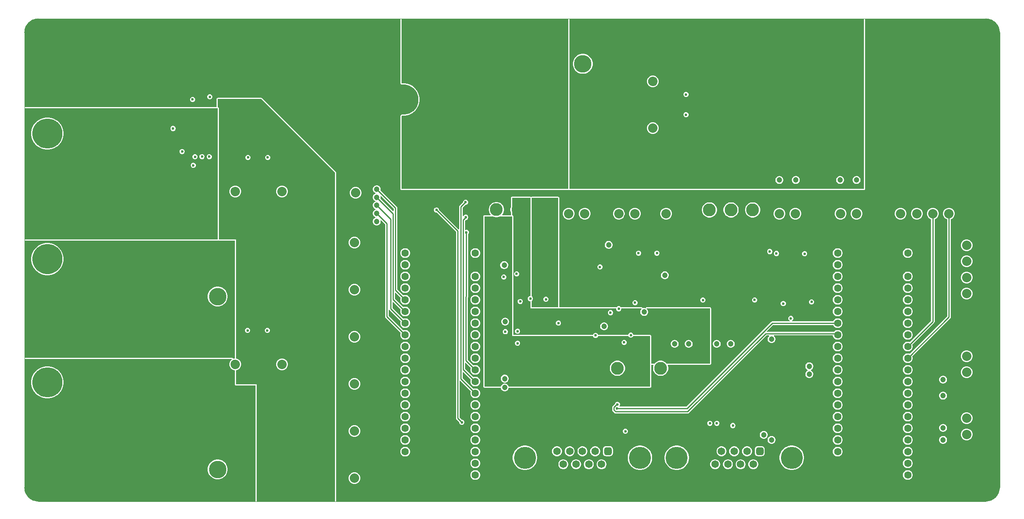
<source format=gbl>
G04*
G04 #@! TF.GenerationSoftware,Altium Limited,Altium Designer,23.10.1 (27)*
G04*
G04 Layer_Physical_Order=4*
G04 Layer_Color=16711680*
%FSLAX25Y25*%
%MOIN*%
G70*
G04*
G04 #@! TF.SameCoordinates,CFD1AF01-5425-4A94-9F85-96FFE65A43DD*
G04*
G04*
G04 #@! TF.FilePolarity,Positive*
G04*
G01*
G75*
%ADD10C,0.01000*%
%ADD22C,0.00039*%
%ADD85C,0.11614*%
%ADD92C,0.01968*%
%ADD97C,0.08000*%
%ADD98C,0.06299*%
%ADD99C,0.04724*%
%ADD100C,0.25591*%
%ADD101C,0.11000*%
G04:AMPARAMS|DCode=102|XSize=984.25mil|YSize=551.18mil|CornerRadius=137.8mil|HoleSize=0mil|Usage=FLASHONLY|Rotation=0.000|XOffset=0mil|YOffset=0mil|HoleType=Round|Shape=RoundedRectangle|*
%AMROUNDEDRECTD102*
21,1,0.98425,0.27559,0,0,0.0*
21,1,0.70866,0.55118,0,0,0.0*
1,1,0.27559,0.35433,-0.13780*
1,1,0.27559,-0.35433,-0.13780*
1,1,0.27559,-0.35433,0.13780*
1,1,0.27559,0.35433,0.13780*
%
%ADD102ROUNDEDRECTD102*%
%ADD103C,0.15000*%
%ADD104C,0.18898*%
%ADD105C,0.06496*%
G04:AMPARAMS|DCode=106|XSize=64.96mil|YSize=64.96mil|CornerRadius=16.24mil|HoleSize=0mil|Usage=FLASHONLY|Rotation=0.000|XOffset=0mil|YOffset=0mil|HoleType=Round|Shape=RoundedRectangle|*
%AMROUNDEDRECTD106*
21,1,0.06496,0.03248,0,0,0.0*
21,1,0.03248,0.06496,0,0,0.0*
1,1,0.03248,0.01624,-0.01624*
1,1,0.03248,-0.01624,-0.01624*
1,1,0.03248,-0.01624,0.01624*
1,1,0.03248,0.01624,0.01624*
%
%ADD106ROUNDEDRECTD106*%
G04:AMPARAMS|DCode=107|XSize=984.25mil|YSize=551.18mil|CornerRadius=137.8mil|HoleSize=0mil|Usage=FLASHONLY|Rotation=270.000|XOffset=0mil|YOffset=0mil|HoleType=Round|Shape=RoundedRectangle|*
%AMROUNDEDRECTD107*
21,1,0.98425,0.27559,0,0,270.0*
21,1,0.70866,0.55118,0,0,270.0*
1,1,0.27559,-0.13780,-0.35433*
1,1,0.27559,-0.13780,0.35433*
1,1,0.27559,0.13780,0.35433*
1,1,0.27559,0.13780,-0.35433*
%
%ADD107ROUNDEDRECTD107*%
%ADD108C,0.02362*%
G36*
X825144Y413184D02*
X826639Y412783D01*
X828070Y412190D01*
X829411Y411416D01*
X830639Y410474D01*
X831734Y409379D01*
X832676Y408151D01*
X833450Y406810D01*
X834043Y405379D01*
X834444Y403884D01*
X834646Y402349D01*
X834646Y401575D01*
X834646Y401575D01*
X834646Y401575D01*
X834646Y11811D01*
X834646Y11037D01*
X834444Y9502D01*
X834043Y8006D01*
X833451Y6576D01*
X832676Y5235D01*
X831734Y4007D01*
X830639Y2912D01*
X829411Y1969D01*
X828070Y1195D01*
X826639Y603D01*
X825144Y202D01*
X823609Y-0D01*
X822835Y0D01*
X266768D01*
Y281496D01*
X266690Y281886D01*
X266469Y282217D01*
X203477Y345209D01*
X203146Y345430D01*
X202756Y345508D01*
X165354D01*
X164964Y345430D01*
X164633Y345209D01*
X164412Y344878D01*
X164335Y344488D01*
Y337634D01*
X0D01*
Y401575D01*
Y402349D01*
X202Y403884D01*
X603Y405379D01*
X1195Y406810D01*
X1969Y408151D01*
X2912Y409379D01*
X4007Y410474D01*
X5235Y411416D01*
X6576Y412190D01*
X8006Y412783D01*
X9502Y413184D01*
X11037Y413386D01*
X11811Y413386D01*
X11811Y413386D01*
X321815Y413386D01*
Y358197D01*
X321823Y358157D01*
X321818Y358117D01*
X321862Y357964D01*
X321893Y357807D01*
X321915Y357773D01*
X321926Y357734D01*
X322025Y357609D01*
X322114Y357476D01*
X322147Y357454D01*
X322172Y357422D01*
X322553Y357097D01*
X322588Y357077D01*
X322616Y357048D01*
X322761Y356981D01*
X322900Y356903D01*
X322940Y356898D01*
X322977Y356881D01*
X323136Y356875D01*
X323295Y356856D01*
X323334Y356867D01*
X323374Y356866D01*
X323404Y356870D01*
X325415D01*
X327401Y356556D01*
X329314Y355934D01*
X331105Y355021D01*
X332732Y353839D01*
X334154Y352417D01*
X335336Y350790D01*
X336249Y348999D01*
X336871Y347086D01*
X337185Y345100D01*
Y343089D01*
X336871Y341103D01*
X336249Y339190D01*
X335336Y337399D01*
X334154Y335772D01*
X332732Y334350D01*
X331105Y333168D01*
X329314Y332255D01*
X327401Y331633D01*
X325415Y331319D01*
X323404D01*
X323374Y331324D01*
X323334Y331322D01*
X323295Y331333D01*
X323136Y331314D01*
X322977Y331308D01*
X322940Y331291D01*
X322900Y331286D01*
X322761Y331208D01*
X322616Y331141D01*
X322588Y331112D01*
X322553Y331092D01*
X322172Y330767D01*
X322147Y330735D01*
X322114Y330713D01*
X322025Y330580D01*
X321926Y330455D01*
X321915Y330416D01*
X321893Y330382D01*
X321862Y330225D01*
X321818Y330072D01*
X321823Y330031D01*
X321815Y329992D01*
Y267717D01*
X321893Y267326D01*
X322114Y266996D01*
X322445Y266775D01*
X322835Y266697D01*
X465516D01*
X465906Y266775D01*
X466026Y266855D01*
X466145Y266775D01*
X466535Y266697D01*
X718504D01*
X718894Y266775D01*
X719225Y266996D01*
X719446Y267326D01*
X719523Y267717D01*
Y413386D01*
X822835Y413386D01*
X823609Y413386D01*
X825144Y413184D01*
D02*
G37*
G36*
X465516Y267717D02*
X322835D01*
Y329992D01*
X323215Y330316D01*
X323324Y330299D01*
X325495D01*
X327640Y330639D01*
X329705Y331310D01*
X331640Y332296D01*
X333397Y333572D01*
X334932Y335107D01*
X336208Y336864D01*
X337194Y338799D01*
X337865Y340864D01*
X338205Y343009D01*
Y345180D01*
X337865Y347325D01*
X337194Y349390D01*
X336208Y351325D01*
X334932Y353081D01*
X333397Y354617D01*
X331640Y355893D01*
X329705Y356879D01*
X327640Y357550D01*
X325495Y357890D01*
X323324D01*
X323215Y357873D01*
X322835Y358197D01*
Y413386D01*
X465516D01*
Y267717D01*
D02*
G37*
G36*
X718504D02*
X466535D01*
Y413386D01*
X718504D01*
Y267717D01*
D02*
G37*
G36*
X165354Y224410D02*
X0D01*
Y336614D01*
X165354D01*
Y224410D01*
D02*
G37*
G36*
X165984Y223467D02*
X166374Y223390D01*
X180083D01*
Y122416D01*
X179747D01*
X178849Y122175D01*
X178403Y122437D01*
X178330Y122548D01*
X178270Y122668D01*
X178220Y122712D01*
X178182Y122768D01*
X178072Y122842D01*
X177971Y122930D01*
X177908Y122952D01*
X177852Y122989D01*
X177721Y123015D01*
X177595Y123058D01*
X177527Y123054D01*
X177462Y123067D01*
X0D01*
Y223390D01*
X165354D01*
X165744Y223467D01*
X165864Y223547D01*
X165984Y223467D01*
D02*
G37*
G36*
X180601Y121537D02*
X180712Y121463D01*
X180778Y121450D01*
X180839Y121421D01*
X181942Y121125D01*
X182850Y120601D01*
X183591Y119860D01*
X184115Y118952D01*
X184386Y117940D01*
Y116892D01*
X184115Y115879D01*
X183591Y114972D01*
X182850Y114231D01*
X181942Y113707D01*
X180839Y113411D01*
X180778Y113381D01*
X180712Y113368D01*
X180601Y113294D01*
X180582Y113285D01*
X180473Y113358D01*
X180083Y113435D01*
X179882D01*
X178869Y113707D01*
X177962Y114231D01*
X177220Y114972D01*
X176696Y115879D01*
X176425Y116892D01*
Y117940D01*
X176696Y118952D01*
X177220Y119860D01*
X177962Y120601D01*
X178101Y120681D01*
X178151Y120726D01*
X178212Y120755D01*
X178300Y120856D01*
X178400Y120944D01*
X178430Y121004D01*
X178474Y121054D01*
X178716Y121164D01*
X178909Y121177D01*
X179103Y121188D01*
X179108Y121190D01*
X179113Y121190D01*
X179882Y121396D01*
X180083D01*
X180473Y121474D01*
X180582Y121547D01*
X180601Y121537D01*
D02*
G37*
G36*
X265748Y281496D02*
Y0D01*
X198819D01*
Y100394D01*
X181102D01*
Y112426D01*
X182335Y112757D01*
X183476Y113415D01*
X184406Y114346D01*
X185065Y115486D01*
X185406Y116758D01*
Y118074D01*
X185065Y119346D01*
X184406Y120486D01*
X183476Y121417D01*
X182335Y122075D01*
X181102Y122405D01*
Y224410D01*
X166374D01*
Y336614D01*
X166296Y337004D01*
X166075Y337335D01*
X165744Y337556D01*
X165354Y337634D01*
Y344488D01*
X202756D01*
X265748Y281496D01*
D02*
G37*
G36*
X177591Y121564D02*
X177335Y121417D01*
X176405Y120486D01*
X175746Y119346D01*
X175406Y118074D01*
Y116758D01*
X175746Y115486D01*
X176405Y114346D01*
X177335Y113415D01*
X178476Y112757D01*
X179747Y112416D01*
X180083D01*
Y100394D01*
X180160Y100004D01*
X180381Y99673D01*
X180712Y99452D01*
X181102Y99374D01*
X197799D01*
Y0D01*
X11037D01*
X9502Y202D01*
X8006Y603D01*
X6576Y1195D01*
X5235Y1969D01*
X4007Y2912D01*
X2912Y4007D01*
X1969Y5235D01*
X1195Y6576D01*
X603Y8006D01*
X202Y9502D01*
X0Y11037D01*
Y11811D01*
Y122047D01*
X177462D01*
X177591Y121564D01*
D02*
G37*
%LPC*%
G36*
X159095Y348638D02*
X158228D01*
X157426Y348306D01*
X156812Y347692D01*
X156480Y346890D01*
Y346023D01*
X156812Y345221D01*
X157426Y344608D01*
X158228Y344276D01*
X159095D01*
X159897Y344608D01*
X160511Y345221D01*
X160843Y346023D01*
Y346890D01*
X160511Y347692D01*
X159897Y348306D01*
X159095Y348638D01*
D02*
G37*
G36*
X144332Y346374D02*
X143464D01*
X142662Y346042D01*
X142049Y345428D01*
X141717Y344627D01*
Y343759D01*
X142049Y342957D01*
X142662Y342344D01*
X143464Y342012D01*
X144332D01*
X145133Y342344D01*
X145747Y342957D01*
X146079Y343759D01*
Y344627D01*
X145747Y345428D01*
X145133Y346042D01*
X144332Y346374D01*
D02*
G37*
G36*
X456693Y260862D02*
X434091D01*
X433700Y260785D01*
X433581Y260705D01*
X433461Y260785D01*
X433071Y260862D01*
X417323D01*
X416933Y260785D01*
X416602Y260563D01*
X416381Y260233D01*
X416303Y259842D01*
Y251982D01*
X416187Y251701D01*
X415937Y250446D01*
Y249165D01*
X416187Y247909D01*
X416303Y247628D01*
Y245114D01*
X409091D01*
X408900Y245576D01*
X408986Y245662D01*
X409697Y246726D01*
X410187Y247909D01*
X410437Y249165D01*
Y250446D01*
X410187Y251701D01*
X409697Y252884D01*
X408986Y253949D01*
X408080Y254854D01*
X407016Y255566D01*
X405833Y256055D01*
X404577Y256305D01*
X403297D01*
X402041Y256055D01*
X400858Y255566D01*
X399794Y254854D01*
X398888Y253949D01*
X398177Y252884D01*
X397687Y251701D01*
X397437Y250446D01*
Y249165D01*
X397687Y247909D01*
X398177Y246726D01*
X398888Y245662D01*
X398974Y245576D01*
X398783Y245114D01*
X393701D01*
X393311Y245037D01*
X392980Y244815D01*
X392759Y244485D01*
X392681Y244094D01*
Y98425D01*
X392759Y98035D01*
X392980Y97704D01*
X393311Y97483D01*
X393701Y97406D01*
X407661D01*
Y97195D01*
X407891Y96340D01*
X408333Y95573D01*
X408959Y94947D01*
X409726Y94505D01*
X410581Y94276D01*
X411466D01*
X412321Y94505D01*
X413088Y94947D01*
X413714Y95573D01*
X414157Y96340D01*
X414386Y97195D01*
Y97406D01*
X535433D01*
X535823Y97483D01*
X536154Y97704D01*
X536375Y98035D01*
X536453Y98425D01*
Y117091D01*
X538203D01*
X538538Y116591D01*
X538250Y115896D01*
X538000Y114640D01*
Y113360D01*
X538250Y112104D01*
X538740Y110921D01*
X539451Y109856D01*
X540356Y108951D01*
X541421Y108240D01*
X542604Y107750D01*
X543860Y107500D01*
X545140D01*
X546396Y107750D01*
X547579Y108240D01*
X548643Y108951D01*
X549549Y109856D01*
X550260Y110921D01*
X550750Y112104D01*
X551000Y113360D01*
Y114640D01*
X550750Y115896D01*
X550462Y116591D01*
X550797Y117091D01*
X586614D01*
X587004Y117168D01*
X587335Y117389D01*
X587556Y117720D01*
X587634Y118110D01*
Y165354D01*
X587556Y165744D01*
X587335Y166075D01*
X587004Y166296D01*
X586614Y166374D01*
X532584D01*
X532402Y166338D01*
X532219Y166306D01*
X532207Y166299D01*
X532194Y166296D01*
X532040Y166193D01*
X531883Y166094D01*
X531875Y166083D01*
X531863Y166075D01*
X531760Y165921D01*
X531653Y165769D01*
X531510Y165448D01*
X531415Y165391D01*
X530758Y165567D01*
X529872D01*
X529215Y165391D01*
X529120Y165448D01*
X528977Y165769D01*
X528870Y165921D01*
X528767Y166075D01*
X528755Y166083D01*
X528747Y166094D01*
X528590Y166193D01*
X528436Y166296D01*
X528422Y166299D01*
X528411Y166306D01*
X528228Y166338D01*
X528046Y166374D01*
X510843D01*
X510452Y166296D01*
X510427Y166279D01*
X509897Y166810D01*
X509095Y167142D01*
X508228D01*
X507426Y166810D01*
X506896Y166279D01*
X506871Y166296D01*
X506480Y166374D01*
X457713D01*
Y259842D01*
X457635Y260233D01*
X457414Y260563D01*
X457083Y260785D01*
X456693Y260862D01*
D02*
G37*
G36*
X284123Y269173D02*
X282806D01*
X281535Y268832D01*
X280395Y268174D01*
X279464Y267243D01*
X278805Y266103D01*
X278465Y264831D01*
Y263515D01*
X278805Y262243D01*
X279464Y261103D01*
X280395Y260172D01*
X281535Y259514D01*
X282806Y259173D01*
X284123D01*
X285395Y259514D01*
X286535Y260172D01*
X287466Y261103D01*
X288124Y262243D01*
X288465Y263515D01*
Y264831D01*
X288124Y266103D01*
X287466Y267243D01*
X286535Y268174D01*
X285395Y268832D01*
X284123Y269173D01*
D02*
G37*
G36*
X623869Y256087D02*
X622588D01*
X621332Y255837D01*
X620149Y255347D01*
X619085Y254636D01*
X618180Y253730D01*
X617468Y252666D01*
X616978Y251483D01*
X616728Y250227D01*
Y248947D01*
X616978Y247691D01*
X617468Y246508D01*
X618180Y245443D01*
X619085Y244538D01*
X620149Y243827D01*
X621332Y243337D01*
X622588Y243087D01*
X623869D01*
X625124Y243337D01*
X626307Y243827D01*
X627372Y244538D01*
X628277Y245443D01*
X628989Y246508D01*
X629479Y247691D01*
X629728Y248947D01*
Y250227D01*
X629479Y251483D01*
X628989Y252666D01*
X628277Y253730D01*
X627372Y254636D01*
X626307Y255347D01*
X625124Y255837D01*
X623869Y256087D01*
D02*
G37*
G36*
X605369D02*
X604088D01*
X602832Y255837D01*
X601649Y255347D01*
X600585Y254636D01*
X599680Y253730D01*
X598968Y252666D01*
X598478Y251483D01*
X598228Y250227D01*
Y248947D01*
X598478Y247691D01*
X598968Y246508D01*
X599680Y245443D01*
X600585Y244538D01*
X601649Y243827D01*
X602832Y243337D01*
X604088Y243087D01*
X605369D01*
X606624Y243337D01*
X607807Y243827D01*
X608872Y244538D01*
X609777Y245443D01*
X610489Y246508D01*
X610979Y247691D01*
X611228Y248947D01*
Y250227D01*
X610979Y251483D01*
X610489Y252666D01*
X609777Y253730D01*
X608872Y254636D01*
X607807Y255347D01*
X606624Y255837D01*
X605369Y256087D01*
D02*
G37*
G36*
X586868D02*
X585588D01*
X584332Y255837D01*
X583149Y255347D01*
X582085Y254636D01*
X581180Y253730D01*
X580468Y252666D01*
X579978Y251483D01*
X579728Y250227D01*
Y248947D01*
X579978Y247691D01*
X580468Y246508D01*
X581180Y245443D01*
X582085Y244538D01*
X583149Y243827D01*
X584332Y243337D01*
X585588Y243087D01*
X586868D01*
X588124Y243337D01*
X589307Y243827D01*
X590372Y244538D01*
X591277Y245443D01*
X591989Y246508D01*
X592479Y247691D01*
X592728Y248947D01*
Y250227D01*
X592479Y251483D01*
X591989Y252666D01*
X591277Y253730D01*
X590372Y254636D01*
X589307Y255347D01*
X588124Y255837D01*
X586868Y256087D01*
D02*
G37*
G36*
X764319Y251457D02*
X763002D01*
X761731Y251116D01*
X760591Y250458D01*
X759660Y249527D01*
X759001Y248387D01*
X758661Y247115D01*
Y245798D01*
X759001Y244527D01*
X759660Y243387D01*
X760591Y242456D01*
X761731Y241797D01*
X763002Y241457D01*
X764319D01*
X765591Y241797D01*
X766731Y242456D01*
X767662Y243387D01*
X768320Y244527D01*
X768661Y245798D01*
Y247115D01*
X768320Y248387D01*
X767662Y249527D01*
X766731Y250458D01*
X765591Y251116D01*
X764319Y251457D01*
D02*
G37*
G36*
X750519D02*
X749202D01*
X747931Y251116D01*
X746791Y250458D01*
X745860Y249527D01*
X745201Y248387D01*
X744861Y247115D01*
Y245798D01*
X745201Y244527D01*
X745860Y243387D01*
X746791Y242456D01*
X747931Y241797D01*
X749202Y241457D01*
X750519D01*
X751791Y241797D01*
X752931Y242456D01*
X753862Y243387D01*
X754520Y244527D01*
X754861Y245798D01*
Y247115D01*
X754520Y248387D01*
X753862Y249527D01*
X752931Y250458D01*
X751791Y251116D01*
X750519Y251457D01*
D02*
G37*
G36*
X712765D02*
X711448D01*
X710176Y251116D01*
X709036Y250458D01*
X708105Y249527D01*
X707447Y248387D01*
X707106Y247115D01*
Y245798D01*
X707447Y244527D01*
X708105Y243387D01*
X709036Y242456D01*
X710176Y241797D01*
X711448Y241457D01*
X712765D01*
X714036Y241797D01*
X715176Y242456D01*
X716107Y243387D01*
X716765Y244527D01*
X717106Y245798D01*
Y247115D01*
X716765Y248387D01*
X716107Y249527D01*
X715176Y250458D01*
X714036Y251116D01*
X712765Y251457D01*
D02*
G37*
G36*
X698965D02*
X697648D01*
X696376Y251116D01*
X695236Y250458D01*
X694305Y249527D01*
X693647Y248387D01*
X693306Y247115D01*
Y245798D01*
X693647Y244527D01*
X694305Y243387D01*
X695236Y242456D01*
X696376Y241797D01*
X697648Y241457D01*
X698965D01*
X700236Y241797D01*
X701376Y242456D01*
X702307Y243387D01*
X702965Y244527D01*
X703306Y245798D01*
Y247115D01*
X702965Y248387D01*
X702307Y249527D01*
X701376Y250458D01*
X700236Y251116D01*
X698965Y251457D01*
D02*
G37*
G36*
X660501D02*
X659184D01*
X657913Y251116D01*
X656773Y250458D01*
X655841Y249527D01*
X655183Y248387D01*
X654843Y247115D01*
Y245798D01*
X655183Y244527D01*
X655841Y243387D01*
X656773Y242456D01*
X657913Y241797D01*
X659184Y241457D01*
X660501D01*
X661772Y241797D01*
X662913Y242456D01*
X663843Y243387D01*
X664502Y244527D01*
X664843Y245798D01*
Y247115D01*
X664502Y248387D01*
X663843Y249527D01*
X662913Y250458D01*
X661772Y251116D01*
X660501Y251457D01*
D02*
G37*
G36*
X646701D02*
X645384D01*
X644113Y251116D01*
X642973Y250458D01*
X642041Y249527D01*
X641383Y248387D01*
X641043Y247115D01*
Y245798D01*
X641383Y244527D01*
X642041Y243387D01*
X642973Y242456D01*
X644113Y241797D01*
X645384Y241457D01*
X646701D01*
X647972Y241797D01*
X649113Y242456D01*
X650043Y243387D01*
X650702Y244527D01*
X651043Y245798D01*
Y247115D01*
X650702Y248387D01*
X650043Y249527D01*
X649113Y250458D01*
X647972Y251116D01*
X646701Y251457D01*
D02*
G37*
G36*
X549871D02*
X548554D01*
X547283Y251116D01*
X546142Y250458D01*
X545212Y249527D01*
X544553Y248387D01*
X544213Y247115D01*
Y245798D01*
X544553Y244527D01*
X545212Y243387D01*
X546142Y242456D01*
X547283Y241797D01*
X548554Y241457D01*
X549871D01*
X551143Y241797D01*
X552283Y242456D01*
X553214Y243387D01*
X553872Y244527D01*
X554213Y245798D01*
Y247115D01*
X553872Y248387D01*
X553214Y249527D01*
X552283Y250458D01*
X551143Y251116D01*
X549871Y251457D01*
D02*
G37*
G36*
X523072D02*
X521755D01*
X520483Y251116D01*
X519343Y250458D01*
X518412Y249527D01*
X517754Y248387D01*
X517413Y247115D01*
Y245798D01*
X517754Y244527D01*
X518412Y243387D01*
X519343Y242456D01*
X520483Y241797D01*
X521755Y241457D01*
X523072D01*
X524343Y241797D01*
X525484Y242456D01*
X526414Y243387D01*
X527073Y244527D01*
X527413Y245798D01*
Y247115D01*
X527073Y248387D01*
X526414Y249527D01*
X525484Y250458D01*
X524343Y251116D01*
X523072Y251457D01*
D02*
G37*
G36*
X509272D02*
X507955D01*
X506683Y251116D01*
X505543Y250458D01*
X504612Y249527D01*
X503954Y248387D01*
X503613Y247115D01*
Y245798D01*
X503954Y244527D01*
X504612Y243387D01*
X505543Y242456D01*
X506683Y241797D01*
X507955Y241457D01*
X509272D01*
X510543Y241797D01*
X511684Y242456D01*
X512614Y243387D01*
X513273Y244527D01*
X513613Y245798D01*
Y247115D01*
X513273Y248387D01*
X512614Y249527D01*
X511684Y250458D01*
X510543Y251116D01*
X509272Y251457D01*
D02*
G37*
G36*
X480206D02*
X478890D01*
X477618Y251116D01*
X476478Y250458D01*
X475547Y249527D01*
X474889Y248387D01*
X474548Y247115D01*
Y245798D01*
X474889Y244527D01*
X475547Y243387D01*
X476478Y242456D01*
X477618Y241797D01*
X478890Y241457D01*
X480206D01*
X481478Y241797D01*
X482618Y242456D01*
X483549Y243387D01*
X484207Y244527D01*
X484548Y245798D01*
Y247115D01*
X484207Y248387D01*
X483549Y249527D01*
X482618Y250458D01*
X481478Y251116D01*
X480206Y251457D01*
D02*
G37*
G36*
X466406D02*
X465090D01*
X463818Y251116D01*
X462678Y250458D01*
X461747Y249527D01*
X461089Y248387D01*
X460748Y247115D01*
Y245798D01*
X461089Y244527D01*
X461747Y243387D01*
X462678Y242456D01*
X463818Y241797D01*
X465090Y241457D01*
X466406D01*
X467678Y241797D01*
X468818Y242456D01*
X469749Y243387D01*
X470407Y244527D01*
X470748Y245798D01*
Y247115D01*
X470407Y248387D01*
X469749Y249527D01*
X468818Y250458D01*
X467678Y251116D01*
X466406Y251457D01*
D02*
G37*
G36*
X377993Y258382D02*
X377125D01*
X376324Y258050D01*
X375710Y257436D01*
X375378Y256635D01*
Y256183D01*
X372442Y253247D01*
X372111Y252751D01*
X371994Y252165D01*
Y233238D01*
X371494Y233031D01*
X354937Y249588D01*
Y250040D01*
X354605Y250842D01*
X353991Y251455D01*
X353190Y251787D01*
X352322D01*
X351520Y251455D01*
X350907Y250842D01*
X350575Y250040D01*
Y249172D01*
X350907Y248371D01*
X351520Y247757D01*
X352322Y247425D01*
X352774D01*
X369337Y230863D01*
Y71260D01*
X369453Y70675D01*
X369785Y70178D01*
X372228Y67735D01*
Y67283D01*
X372560Y66481D01*
X373174Y65868D01*
X373976Y65535D01*
X374843D01*
X375645Y65868D01*
X376258Y66481D01*
X376590Y67283D01*
Y68150D01*
X376258Y68952D01*
X375645Y69566D01*
X374843Y69898D01*
X374391D01*
X372395Y71893D01*
Y103210D01*
X372896Y103417D01*
X381997Y94315D01*
X381960Y94250D01*
X381677Y93195D01*
Y92102D01*
X381960Y91047D01*
X382506Y90101D01*
X383279Y89328D01*
X384225Y88782D01*
X385280Y88499D01*
X386373D01*
X387428Y88782D01*
X388375Y89328D01*
X389147Y90101D01*
X389694Y91047D01*
X389976Y92102D01*
Y93195D01*
X389694Y94250D01*
X389147Y95196D01*
X388375Y95969D01*
X387428Y96515D01*
X386373Y96798D01*
X385280D01*
X384225Y96515D01*
X384160Y96478D01*
X375053Y105585D01*
Y110606D01*
X375515Y110798D01*
X381997Y104315D01*
X381960Y104250D01*
X381677Y103195D01*
Y102102D01*
X381960Y101047D01*
X382506Y100101D01*
X383279Y99328D01*
X384225Y98782D01*
X385280Y98499D01*
X386373D01*
X387428Y98782D01*
X388375Y99328D01*
X389147Y100101D01*
X389694Y101047D01*
X389976Y102102D01*
Y103195D01*
X389694Y104250D01*
X389147Y105196D01*
X388375Y105969D01*
X387428Y106515D01*
X386373Y106798D01*
X385280D01*
X384225Y106515D01*
X384160Y106478D01*
X377053Y113585D01*
Y118606D01*
X377515Y118798D01*
X381997Y114315D01*
X381960Y114250D01*
X381677Y113195D01*
Y112102D01*
X381960Y111047D01*
X382506Y110101D01*
X383279Y109328D01*
X384225Y108782D01*
X385280Y108499D01*
X386373D01*
X387428Y108782D01*
X388375Y109328D01*
X389147Y110101D01*
X389694Y111047D01*
X389976Y112102D01*
Y113195D01*
X389694Y114250D01*
X389147Y115197D01*
X388375Y115969D01*
X387428Y116515D01*
X386373Y116798D01*
X385280D01*
X384225Y116515D01*
X384160Y116478D01*
X379285Y121353D01*
Y174524D01*
X379286Y174525D01*
X379618Y175021D01*
X379734Y175607D01*
Y228858D01*
X380054Y229178D01*
X380386Y229979D01*
Y230847D01*
X380054Y231649D01*
X379440Y232262D01*
X378639Y232594D01*
X377771D01*
X377469Y232469D01*
X377053Y232747D01*
Y240441D01*
X377738Y241126D01*
X378190D01*
X378991Y241458D01*
X379605Y242072D01*
X379937Y242873D01*
Y243741D01*
X379605Y244543D01*
X378991Y245156D01*
X378190Y245488D01*
X377322D01*
X376520Y245156D01*
X375907Y244543D01*
X375575Y243741D01*
X375553Y243727D01*
X375053Y243996D01*
Y251532D01*
X377541Y254020D01*
X377993D01*
X378795Y254352D01*
X379408Y254965D01*
X379740Y255767D01*
Y256635D01*
X379408Y257436D01*
X378795Y258050D01*
X377993Y258382D01*
D02*
G37*
G36*
X283099Y226700D02*
X281782D01*
X280511Y226359D01*
X279370Y225701D01*
X278440Y224770D01*
X277781Y223630D01*
X277441Y222358D01*
Y221042D01*
X277781Y219770D01*
X278440Y218630D01*
X279370Y217699D01*
X280511Y217041D01*
X281782Y216700D01*
X283099D01*
X284370Y217041D01*
X285511Y217699D01*
X286442Y218630D01*
X287100Y219770D01*
X287441Y221042D01*
Y222358D01*
X287100Y223630D01*
X286442Y224770D01*
X285511Y225701D01*
X284370Y226359D01*
X283099Y226700D01*
D02*
G37*
G36*
X500443Y223047D02*
X499557D01*
X498702Y222818D01*
X497936Y222375D01*
X497310Y221749D01*
X496867Y220983D01*
X496638Y220128D01*
Y219242D01*
X496867Y218387D01*
X497310Y217621D01*
X497936Y216995D01*
X498702Y216552D01*
X499557Y216323D01*
X500443D01*
X501298Y216552D01*
X502064Y216995D01*
X502690Y217621D01*
X503133Y218387D01*
X503362Y219242D01*
Y220128D01*
X503133Y220983D01*
X502690Y221749D01*
X502064Y222375D01*
X501298Y222818D01*
X500443Y223047D01*
D02*
G37*
G36*
X806958Y224373D02*
X805641D01*
X804369Y224032D01*
X803229Y223374D01*
X802298Y222443D01*
X801640Y221303D01*
X801299Y220031D01*
Y218715D01*
X801640Y217443D01*
X802298Y216303D01*
X803229Y215372D01*
X804369Y214714D01*
X805641Y214373D01*
X806958D01*
X808229Y214714D01*
X809369Y215372D01*
X810300Y216303D01*
X810958Y217443D01*
X811299Y218715D01*
Y220031D01*
X810958Y221303D01*
X810300Y222443D01*
X809369Y223374D01*
X808229Y224032D01*
X806958Y224373D01*
D02*
G37*
G36*
X638229Y216158D02*
X637361D01*
X636560Y215825D01*
X635946Y215212D01*
X635614Y214410D01*
Y213543D01*
X635946Y212741D01*
X636560Y212127D01*
X637361Y211795D01*
X638229D01*
X639031Y212127D01*
X639644Y212741D01*
X639976Y213543D01*
Y214410D01*
X639644Y215212D01*
X639031Y215825D01*
X638229Y216158D01*
D02*
G37*
G36*
X541772Y214779D02*
X540905D01*
X540103Y214447D01*
X539490Y213834D01*
X539157Y213032D01*
Y212165D01*
X539490Y211363D01*
X540103Y210749D01*
X540905Y210417D01*
X541772D01*
X542574Y210749D01*
X543188Y211363D01*
X543520Y212165D01*
Y213032D01*
X543188Y213834D01*
X542574Y214447D01*
X541772Y214779D01*
D02*
G37*
G36*
X526024D02*
X525157D01*
X524355Y214447D01*
X523741Y213834D01*
X523410Y213032D01*
Y212165D01*
X523741Y211363D01*
X524355Y210749D01*
X525157Y210417D01*
X526024D01*
X526826Y210749D01*
X527440Y211363D01*
X527772Y212165D01*
Y213032D01*
X527440Y213834D01*
X526826Y214447D01*
X526024Y214779D01*
D02*
G37*
G36*
X644036Y214484D02*
X643168D01*
X642367Y214152D01*
X641753Y213539D01*
X641421Y212737D01*
Y211869D01*
X641753Y211068D01*
X642367Y210454D01*
X643168Y210122D01*
X644036D01*
X644838Y210454D01*
X645451Y211068D01*
X645784Y211869D01*
Y212737D01*
X645451Y213539D01*
X644838Y214152D01*
X644036Y214484D01*
D02*
G37*
G36*
X668150Y214287D02*
X667283D01*
X666481Y213955D01*
X665868Y213342D01*
X665535Y212540D01*
Y211672D01*
X665868Y210871D01*
X666481Y210257D01*
X667283Y209925D01*
X668150D01*
X668952Y210257D01*
X669566Y210871D01*
X669898Y211672D01*
Y212540D01*
X669566Y213342D01*
X668952Y213955D01*
X668150Y214287D01*
D02*
G37*
G36*
X756546Y216798D02*
X755454D01*
X754398Y216515D01*
X753452Y215969D01*
X752679Y215196D01*
X752133Y214250D01*
X751850Y213195D01*
Y212102D01*
X752133Y211047D01*
X752679Y210101D01*
X753452Y209328D01*
X754398Y208782D01*
X755454Y208499D01*
X756546D01*
X757602Y208782D01*
X758548Y209328D01*
X759320Y210101D01*
X759867Y211047D01*
X760150Y212102D01*
Y213195D01*
X759867Y214250D01*
X759320Y215196D01*
X758548Y215969D01*
X757602Y216515D01*
X756546Y216798D01*
D02*
G37*
G36*
X696546D02*
X695454D01*
X694398Y216515D01*
X693452Y215969D01*
X692680Y215196D01*
X692133Y214250D01*
X691850Y213195D01*
Y212102D01*
X692133Y211047D01*
X692680Y210101D01*
X693452Y209328D01*
X694398Y208782D01*
X695454Y208499D01*
X696546D01*
X697602Y208782D01*
X698548Y209328D01*
X699321Y210101D01*
X699867Y211047D01*
X700150Y212102D01*
Y213195D01*
X699867Y214250D01*
X699321Y215196D01*
X698548Y215969D01*
X697602Y216515D01*
X696546Y216798D01*
D02*
G37*
G36*
X386373D02*
X385280D01*
X384225Y216515D01*
X383279Y215969D01*
X382506Y215196D01*
X381960Y214250D01*
X381677Y213195D01*
Y212102D01*
X381960Y211047D01*
X382506Y210101D01*
X383279Y209328D01*
X384225Y208782D01*
X385280Y208499D01*
X386373D01*
X387428Y208782D01*
X388375Y209328D01*
X389147Y210101D01*
X389694Y211047D01*
X389976Y212102D01*
Y213195D01*
X389694Y214250D01*
X389147Y215196D01*
X388375Y215969D01*
X387428Y216515D01*
X386373Y216798D01*
D02*
G37*
G36*
X326373D02*
X325280D01*
X324225Y216515D01*
X323279Y215969D01*
X322506Y215196D01*
X321960Y214250D01*
X321677Y213195D01*
Y212102D01*
X321960Y211047D01*
X322506Y210101D01*
X323279Y209328D01*
X324225Y208782D01*
X325280Y208499D01*
X326373D01*
X327429Y208782D01*
X328375Y209328D01*
X329147Y210101D01*
X329694Y211047D01*
X329976Y212102D01*
Y213195D01*
X329694Y214250D01*
X329147Y215196D01*
X328375Y215969D01*
X327429Y216515D01*
X326373Y216798D01*
D02*
G37*
G36*
X806958Y210573D02*
X805641D01*
X804369Y210232D01*
X803229Y209574D01*
X802298Y208643D01*
X801640Y207503D01*
X801299Y206231D01*
Y204915D01*
X801640Y203643D01*
X802298Y202503D01*
X803229Y201572D01*
X804369Y200914D01*
X805641Y200573D01*
X806958D01*
X808229Y200914D01*
X809369Y201572D01*
X810300Y202503D01*
X810958Y203643D01*
X811299Y204915D01*
Y206231D01*
X810958Y207503D01*
X810300Y208643D01*
X809369Y209574D01*
X808229Y210232D01*
X806958Y210573D01*
D02*
G37*
G36*
X492953Y202969D02*
X492086D01*
X491284Y202636D01*
X490671Y202023D01*
X490339Y201221D01*
Y200354D01*
X490671Y199552D01*
X491284Y198938D01*
X492086Y198606D01*
X492953D01*
X493755Y198938D01*
X494369Y199552D01*
X494701Y200354D01*
Y201221D01*
X494369Y202023D01*
X493755Y202636D01*
X492953Y202969D01*
D02*
G37*
G36*
X696546Y206798D02*
X695454D01*
X694398Y206515D01*
X693452Y205969D01*
X692680Y205196D01*
X692133Y204250D01*
X691850Y203195D01*
Y202102D01*
X692133Y201047D01*
X692680Y200101D01*
X693452Y199328D01*
X694398Y198782D01*
X695454Y198499D01*
X696546D01*
X697602Y198782D01*
X698548Y199328D01*
X699321Y200101D01*
X699867Y201047D01*
X700150Y202102D01*
Y203195D01*
X699867Y204250D01*
X699321Y205196D01*
X698548Y205969D01*
X697602Y206515D01*
X696546Y206798D01*
D02*
G37*
G36*
X326373D02*
X325280D01*
X324225Y206515D01*
X323279Y205969D01*
X322506Y205196D01*
X321960Y204250D01*
X321677Y203195D01*
Y202102D01*
X321960Y201047D01*
X322506Y200101D01*
X323279Y199328D01*
X324225Y198782D01*
X325280Y198499D01*
X326373D01*
X327429Y198782D01*
X328375Y199328D01*
X329147Y200101D01*
X329694Y201047D01*
X329976Y202102D01*
Y203195D01*
X329694Y204250D01*
X329147Y205196D01*
X328375Y205969D01*
X327429Y206515D01*
X326373Y206798D01*
D02*
G37*
G36*
X548474Y197063D02*
X547589D01*
X546734Y196834D01*
X545967Y196391D01*
X545341Y195765D01*
X544898Y194999D01*
X544669Y194143D01*
Y193258D01*
X544898Y192403D01*
X545341Y191636D01*
X545967Y191010D01*
X546734Y190568D01*
X547589Y190339D01*
X548474D01*
X549329Y190568D01*
X550096Y191010D01*
X550722Y191636D01*
X551165Y192403D01*
X551394Y193258D01*
Y194143D01*
X551165Y194999D01*
X550722Y195765D01*
X550096Y196391D01*
X549329Y196834D01*
X548474Y197063D01*
D02*
G37*
G36*
X756546Y196798D02*
X755454D01*
X754398Y196515D01*
X753452Y195969D01*
X752679Y195196D01*
X752133Y194250D01*
X751850Y193195D01*
Y192102D01*
X752133Y191047D01*
X752679Y190101D01*
X753452Y189328D01*
X754398Y188782D01*
X755454Y188499D01*
X756546D01*
X757602Y188782D01*
X758548Y189328D01*
X759320Y190101D01*
X759867Y191047D01*
X760150Y192102D01*
Y193195D01*
X759867Y194250D01*
X759320Y195196D01*
X758548Y195969D01*
X757602Y196515D01*
X756546Y196798D01*
D02*
G37*
G36*
X696546D02*
X695454D01*
X694398Y196515D01*
X693452Y195969D01*
X692680Y195196D01*
X692133Y194250D01*
X691850Y193195D01*
Y192102D01*
X692133Y191047D01*
X692680Y190101D01*
X693452Y189328D01*
X694398Y188782D01*
X695454Y188499D01*
X696546D01*
X697602Y188782D01*
X698548Y189328D01*
X699321Y190101D01*
X699867Y191047D01*
X700150Y192102D01*
Y193195D01*
X699867Y194250D01*
X699321Y195196D01*
X698548Y195969D01*
X697602Y196515D01*
X696546Y196798D01*
D02*
G37*
G36*
X386373D02*
X385280D01*
X384225Y196515D01*
X383279Y195969D01*
X382506Y195196D01*
X381960Y194250D01*
X381677Y193195D01*
Y192102D01*
X381960Y191047D01*
X382506Y190101D01*
X383279Y189328D01*
X384225Y188782D01*
X385280Y188499D01*
X386373D01*
X387428Y188782D01*
X388375Y189328D01*
X389147Y190101D01*
X389694Y191047D01*
X389976Y192102D01*
Y193195D01*
X389694Y194250D01*
X389147Y195196D01*
X388375Y195969D01*
X387428Y196515D01*
X386373Y196798D01*
D02*
G37*
G36*
X326373D02*
X325280D01*
X324225Y196515D01*
X323279Y195969D01*
X322506Y195196D01*
X321960Y194250D01*
X321677Y193195D01*
Y192102D01*
X321960Y191047D01*
X322506Y190101D01*
X323279Y189328D01*
X324225Y188782D01*
X325280Y188499D01*
X326373D01*
X327429Y188782D01*
X328375Y189328D01*
X329147Y190101D01*
X329694Y191047D01*
X329976Y192102D01*
Y193195D01*
X329694Y194250D01*
X329147Y195196D01*
X328375Y195969D01*
X327429Y196515D01*
X326373Y196798D01*
D02*
G37*
G36*
X806958Y196773D02*
X805641D01*
X804369Y196432D01*
X803229Y195774D01*
X802298Y194843D01*
X801640Y193703D01*
X801299Y192431D01*
Y191115D01*
X801640Y189843D01*
X802298Y188703D01*
X803229Y187772D01*
X804369Y187114D01*
X805641Y186773D01*
X806958D01*
X808229Y187114D01*
X809369Y187772D01*
X810300Y188703D01*
X810958Y189843D01*
X811299Y191115D01*
Y192431D01*
X810958Y193703D01*
X810300Y194843D01*
X809369Y195774D01*
X808229Y196432D01*
X806958Y196773D01*
D02*
G37*
G36*
X756546Y186798D02*
X755454D01*
X754398Y186515D01*
X753452Y185969D01*
X752679Y185196D01*
X752133Y184250D01*
X751850Y183195D01*
Y182102D01*
X752133Y181047D01*
X752679Y180101D01*
X753452Y179328D01*
X754398Y178782D01*
X755454Y178499D01*
X756546D01*
X757602Y178782D01*
X758548Y179328D01*
X759320Y180101D01*
X759867Y181047D01*
X760150Y182102D01*
Y183195D01*
X759867Y184250D01*
X759320Y185196D01*
X758548Y185969D01*
X757602Y186515D01*
X756546Y186798D01*
D02*
G37*
G36*
X696546D02*
X695454D01*
X694398Y186515D01*
X693452Y185969D01*
X692680Y185196D01*
X692133Y184250D01*
X691850Y183195D01*
Y182102D01*
X692133Y181047D01*
X692680Y180101D01*
X693452Y179328D01*
X694398Y178782D01*
X695454Y178499D01*
X696546D01*
X697602Y178782D01*
X698548Y179328D01*
X699321Y180101D01*
X699867Y181047D01*
X700150Y182102D01*
Y183195D01*
X699867Y184250D01*
X699321Y185196D01*
X698548Y185969D01*
X697602Y186515D01*
X696546Y186798D01*
D02*
G37*
G36*
X386373D02*
X385280D01*
X384225Y186515D01*
X383279Y185969D01*
X382506Y185196D01*
X381960Y184250D01*
X381677Y183195D01*
Y182102D01*
X381960Y181047D01*
X382506Y180101D01*
X383279Y179328D01*
X384225Y178782D01*
X385280Y178499D01*
X386373D01*
X387428Y178782D01*
X388375Y179328D01*
X389147Y180101D01*
X389694Y181047D01*
X389976Y182102D01*
Y183195D01*
X389694Y184250D01*
X389147Y185196D01*
X388375Y185969D01*
X387428Y186515D01*
X386373Y186798D01*
D02*
G37*
G36*
X326373D02*
X325280D01*
X324225Y186515D01*
X323279Y185969D01*
X322506Y185196D01*
X321960Y184250D01*
X321677Y183195D01*
Y182102D01*
X321960Y181047D01*
X322506Y180101D01*
X323279Y179328D01*
X324225Y178782D01*
X325280Y178499D01*
X326373D01*
X327429Y178782D01*
X328375Y179328D01*
X329147Y180101D01*
X329694Y181047D01*
X329976Y182102D01*
Y183195D01*
X329694Y184250D01*
X329147Y185196D01*
X328375Y185969D01*
X327429Y186515D01*
X326373Y186798D01*
D02*
G37*
G36*
X283099Y186360D02*
X281782D01*
X280511Y186019D01*
X279370Y185361D01*
X278440Y184430D01*
X277781Y183290D01*
X277441Y182018D01*
Y180702D01*
X277781Y179430D01*
X278440Y178290D01*
X279370Y177359D01*
X280511Y176701D01*
X281782Y176360D01*
X283099D01*
X284370Y176701D01*
X285511Y177359D01*
X286442Y178290D01*
X287100Y179430D01*
X287441Y180702D01*
Y182018D01*
X287100Y183290D01*
X286442Y184430D01*
X285511Y185361D01*
X284370Y186019D01*
X283099Y186360D01*
D02*
G37*
G36*
X806958Y182973D02*
X805641D01*
X804369Y182633D01*
X803229Y181974D01*
X802298Y181043D01*
X801640Y179903D01*
X801299Y178631D01*
Y177315D01*
X801640Y176043D01*
X802298Y174903D01*
X803229Y173972D01*
X804369Y173314D01*
X805641Y172973D01*
X806958D01*
X808229Y173314D01*
X809369Y173972D01*
X810300Y174903D01*
X810958Y176043D01*
X811299Y177315D01*
Y178631D01*
X810958Y179903D01*
X810300Y181043D01*
X809369Y181974D01*
X808229Y182633D01*
X806958Y182973D01*
D02*
G37*
G36*
X625335Y174721D02*
X624468D01*
X623666Y174388D01*
X623053Y173775D01*
X622720Y172973D01*
Y172106D01*
X623053Y171304D01*
X623666Y170690D01*
X624468Y170358D01*
X625335D01*
X626137Y170690D01*
X626751Y171304D01*
X627083Y172106D01*
Y172973D01*
X626751Y173775D01*
X626137Y174388D01*
X625335Y174721D01*
D02*
G37*
G36*
X581143Y174622D02*
X580275D01*
X579473Y174290D01*
X578860Y173676D01*
X578528Y172875D01*
Y172007D01*
X578860Y171205D01*
X579473Y170592D01*
X580275Y170260D01*
X581143D01*
X581944Y170592D01*
X582558Y171205D01*
X582890Y172007D01*
Y172875D01*
X582558Y173676D01*
X581944Y174290D01*
X581143Y174622D01*
D02*
G37*
G36*
X674056Y173047D02*
X673188D01*
X672387Y172715D01*
X671773Y172102D01*
X671441Y171300D01*
Y170432D01*
X671773Y169631D01*
X672387Y169017D01*
X673188Y168685D01*
X674056D01*
X674858Y169017D01*
X675471Y169631D01*
X675803Y170432D01*
Y171300D01*
X675471Y172102D01*
X674858Y172715D01*
X674056Y173047D01*
D02*
G37*
G36*
X756546Y176798D02*
X755454D01*
X754398Y176515D01*
X753452Y175969D01*
X752679Y175197D01*
X752133Y174250D01*
X751850Y173195D01*
Y172102D01*
X752133Y171047D01*
X752679Y170101D01*
X753452Y169328D01*
X754398Y168782D01*
X755454Y168499D01*
X756546D01*
X757602Y168782D01*
X758548Y169328D01*
X759320Y170101D01*
X759867Y171047D01*
X760150Y172102D01*
Y173195D01*
X759867Y174250D01*
X759320Y175197D01*
X758548Y175969D01*
X757602Y176515D01*
X756546Y176798D01*
D02*
G37*
G36*
X696546D02*
X695454D01*
X694398Y176515D01*
X693452Y175969D01*
X692680Y175197D01*
X692133Y174250D01*
X691850Y173195D01*
Y172102D01*
X692133Y171047D01*
X692680Y170101D01*
X693452Y169328D01*
X694398Y168782D01*
X695454Y168499D01*
X696546D01*
X697602Y168782D01*
X698548Y169328D01*
X699321Y170101D01*
X699867Y171047D01*
X700150Y172102D01*
Y173195D01*
X699867Y174250D01*
X699321Y175197D01*
X698548Y175969D01*
X697602Y176515D01*
X696546Y176798D01*
D02*
G37*
G36*
X386373D02*
X385280D01*
X384225Y176515D01*
X383279Y175969D01*
X382506Y175197D01*
X381960Y174250D01*
X381677Y173195D01*
Y172102D01*
X381960Y171047D01*
X382506Y170101D01*
X383279Y169328D01*
X384225Y168782D01*
X385280Y168499D01*
X386373D01*
X387428Y168782D01*
X388375Y169328D01*
X389147Y170101D01*
X389694Y171047D01*
X389976Y172102D01*
Y173195D01*
X389694Y174250D01*
X389147Y175197D01*
X388375Y175969D01*
X387428Y176515D01*
X386373Y176798D01*
D02*
G37*
G36*
X302017Y270685D02*
X301132D01*
X300277Y270456D01*
X299510Y270013D01*
X298884Y269387D01*
X298442Y268621D01*
X298213Y267765D01*
Y266880D01*
X298442Y266025D01*
X298884Y265258D01*
X299510Y264632D01*
X300277Y264190D01*
X300475Y264137D01*
Y263619D01*
X300277Y263566D01*
X299510Y263123D01*
X298884Y262497D01*
X298442Y261731D01*
X298213Y260876D01*
Y259990D01*
X298442Y259135D01*
X298884Y258369D01*
X299510Y257743D01*
X300277Y257300D01*
X300475Y257247D01*
Y256729D01*
X300277Y256676D01*
X299510Y256234D01*
X298884Y255608D01*
X298442Y254841D01*
X298213Y253986D01*
Y253101D01*
X298442Y252245D01*
X298884Y251479D01*
X299510Y250853D01*
X300277Y250410D01*
X300475Y250357D01*
Y249840D01*
X300277Y249787D01*
X299510Y249344D01*
X298884Y248718D01*
X298442Y247951D01*
X298213Y247096D01*
Y246211D01*
X298442Y245356D01*
X298884Y244589D01*
X299510Y243963D01*
X300277Y243520D01*
X300475Y243467D01*
Y242950D01*
X300277Y242897D01*
X299510Y242454D01*
X298884Y241828D01*
X298442Y241061D01*
X298213Y240206D01*
Y239321D01*
X298442Y238466D01*
X298884Y237699D01*
X299510Y237073D01*
X300277Y236631D01*
X301132Y236402D01*
X302017D01*
X302873Y236631D01*
X303639Y237073D01*
X304265Y237699D01*
X304708Y238466D01*
X304937Y239321D01*
Y240206D01*
X304858Y240500D01*
X305307Y240759D01*
X308707Y237359D01*
Y158239D01*
X308823Y157654D01*
X309155Y157158D01*
X321997Y144315D01*
X321960Y144250D01*
X321677Y143195D01*
Y142102D01*
X321960Y141047D01*
X322506Y140101D01*
X323279Y139328D01*
X324225Y138782D01*
X325280Y138499D01*
X326373D01*
X327429Y138782D01*
X328375Y139328D01*
X329147Y140101D01*
X329694Y141047D01*
X329976Y142102D01*
Y143195D01*
X329694Y144250D01*
X329147Y145196D01*
X328375Y145969D01*
X327429Y146515D01*
X326373Y146798D01*
X325280D01*
X324225Y146515D01*
X324160Y146478D01*
X311766Y158873D01*
Y163996D01*
X312266Y164148D01*
X312469Y163844D01*
X321997Y154315D01*
X321960Y154250D01*
X321677Y153195D01*
Y152102D01*
X321960Y151047D01*
X322506Y150101D01*
X323279Y149328D01*
X324225Y148782D01*
X325280Y148499D01*
X326373D01*
X327429Y148782D01*
X328375Y149328D01*
X329147Y150101D01*
X329694Y151047D01*
X329976Y152102D01*
Y153195D01*
X329694Y154250D01*
X329147Y155196D01*
X328375Y155969D01*
X327429Y156515D01*
X326373Y156798D01*
X325280D01*
X324225Y156515D01*
X324160Y156478D01*
X315079Y165559D01*
Y170580D01*
X315542Y170771D01*
X321997Y164315D01*
X321960Y164250D01*
X321677Y163195D01*
Y162102D01*
X321960Y161047D01*
X322506Y160101D01*
X323279Y159328D01*
X324225Y158782D01*
X325280Y158499D01*
X326373D01*
X327429Y158782D01*
X328375Y159328D01*
X329147Y160101D01*
X329694Y161047D01*
X329976Y162102D01*
Y163195D01*
X329694Y164250D01*
X329147Y165197D01*
X328375Y165969D01*
X327429Y166515D01*
X326373Y166798D01*
X325280D01*
X324225Y166515D01*
X324160Y166478D01*
X317079Y173559D01*
Y178580D01*
X317542Y178771D01*
X321997Y174315D01*
X321960Y174250D01*
X321677Y173195D01*
Y172102D01*
X321960Y171047D01*
X322506Y170101D01*
X323279Y169328D01*
X324225Y168782D01*
X325280Y168499D01*
X326373D01*
X327429Y168782D01*
X328375Y169328D01*
X329147Y170101D01*
X329694Y171047D01*
X329976Y172102D01*
Y173195D01*
X329694Y174250D01*
X329147Y175197D01*
X328375Y175969D01*
X327429Y176515D01*
X326373Y176798D01*
X325280D01*
X324225Y176515D01*
X324160Y176478D01*
X319079Y181559D01*
Y251347D01*
X318963Y251933D01*
X318632Y252429D01*
X304777Y266283D01*
X304937Y266880D01*
Y267765D01*
X304708Y268621D01*
X304265Y269387D01*
X303639Y270013D01*
X302873Y270456D01*
X302017Y270685D01*
D02*
G37*
G36*
X523015Y172336D02*
X522148D01*
X521346Y172004D01*
X520732Y171390D01*
X520400Y170589D01*
Y169721D01*
X520732Y168919D01*
X521346Y168306D01*
X522148Y167974D01*
X523015D01*
X523817Y168306D01*
X524431Y168919D01*
X524762Y169721D01*
Y170589D01*
X524431Y171390D01*
X523817Y172004D01*
X523015Y172336D01*
D02*
G37*
G36*
X649875Y171601D02*
X649007D01*
X648206Y171269D01*
X647592Y170656D01*
X647260Y169854D01*
Y168986D01*
X647592Y168185D01*
X648206Y167571D01*
X649007Y167239D01*
X649875D01*
X650676Y167571D01*
X651290Y168185D01*
X651622Y168986D01*
Y169854D01*
X651290Y170656D01*
X650676Y171269D01*
X649875Y171601D01*
D02*
G37*
G36*
X756546Y166798D02*
X755454D01*
X754398Y166515D01*
X753452Y165969D01*
X752679Y165197D01*
X752133Y164250D01*
X751850Y163195D01*
Y162102D01*
X752133Y161047D01*
X752679Y160101D01*
X753452Y159328D01*
X754398Y158782D01*
X755454Y158499D01*
X756546D01*
X757602Y158782D01*
X758548Y159328D01*
X759320Y160101D01*
X759867Y161047D01*
X760150Y162102D01*
Y163195D01*
X759867Y164250D01*
X759320Y165197D01*
X758548Y165969D01*
X757602Y166515D01*
X756546Y166798D01*
D02*
G37*
G36*
X696546D02*
X695454D01*
X694398Y166515D01*
X693452Y165969D01*
X692680Y165197D01*
X692133Y164250D01*
X691850Y163195D01*
Y162102D01*
X692133Y161047D01*
X692680Y160101D01*
X693452Y159328D01*
X694398Y158782D01*
X695454Y158499D01*
X696546D01*
X697602Y158782D01*
X698548Y159328D01*
X699321Y160101D01*
X699867Y161047D01*
X700150Y162102D01*
Y163195D01*
X699867Y164250D01*
X699321Y165197D01*
X698548Y165969D01*
X697602Y166515D01*
X696546Y166798D01*
D02*
G37*
G36*
X386373D02*
X385280D01*
X384225Y166515D01*
X383279Y165969D01*
X382506Y165197D01*
X381960Y164250D01*
X381677Y163195D01*
Y162102D01*
X381960Y161047D01*
X382506Y160101D01*
X383279Y159328D01*
X384225Y158782D01*
X385280Y158499D01*
X386373D01*
X387428Y158782D01*
X388375Y159328D01*
X389147Y160101D01*
X389694Y161047D01*
X389976Y162102D01*
Y163195D01*
X389694Y164250D01*
X389147Y165197D01*
X388375Y165969D01*
X387428Y166515D01*
X386373Y166798D01*
D02*
G37*
G36*
X756546Y156798D02*
X755454D01*
X754398Y156515D01*
X753452Y155969D01*
X752679Y155196D01*
X752133Y154250D01*
X751850Y153195D01*
Y152102D01*
X752133Y151047D01*
X752679Y150101D01*
X753452Y149328D01*
X754398Y148782D01*
X755454Y148499D01*
X756546D01*
X757602Y148782D01*
X758548Y149328D01*
X759320Y150101D01*
X759867Y151047D01*
X760150Y152102D01*
Y153195D01*
X759867Y154250D01*
X759320Y155196D01*
X758548Y155969D01*
X757602Y156515D01*
X756546Y156798D01*
D02*
G37*
G36*
X656339Y158874D02*
X655472D01*
X654670Y158542D01*
X654057Y157928D01*
X653724Y157127D01*
Y156259D01*
X654057Y155457D01*
X654670Y154844D01*
X655071Y154678D01*
X654971Y154178D01*
X640050D01*
X639465Y154061D01*
X638969Y153730D01*
X566477Y81238D01*
X509385D01*
X509194Y81700D01*
X509329Y81835D01*
X509661Y82637D01*
Y83505D01*
X509329Y84306D01*
X508716Y84920D01*
X507914Y85252D01*
X507047D01*
X506245Y84920D01*
X505631Y84306D01*
X505299Y83505D01*
Y83482D01*
X503503Y81686D01*
X503171Y81190D01*
X503055Y80604D01*
Y78383D01*
X503171Y77798D01*
X503503Y77302D01*
X505074Y75731D01*
X505570Y75400D01*
X506155Y75283D01*
X567443D01*
X568028Y75400D01*
X568524Y75731D01*
X634964Y142171D01*
X637180D01*
X637314Y141671D01*
X637306Y141667D01*
X636680Y141041D01*
X636237Y140274D01*
X636008Y139419D01*
Y138534D01*
X636237Y137679D01*
X636680Y136912D01*
X637306Y136286D01*
X638072Y135843D01*
X638927Y135614D01*
X639813D01*
X640668Y135843D01*
X641434Y136286D01*
X642061Y136912D01*
X642503Y137679D01*
X642732Y138534D01*
Y139419D01*
X642503Y140274D01*
X642061Y141041D01*
X641434Y141667D01*
X641427Y141671D01*
X641561Y142171D01*
X691850D01*
Y142102D01*
X692133Y141047D01*
X692680Y140101D01*
X693452Y139328D01*
X694398Y138782D01*
X695454Y138499D01*
X696546D01*
X697602Y138782D01*
X698548Y139328D01*
X699321Y140101D01*
X699867Y141047D01*
X700150Y142102D01*
Y143195D01*
X699867Y144250D01*
X699321Y145196D01*
X698548Y145969D01*
X697602Y146515D01*
X696546Y146798D01*
X695454D01*
X694398Y146515D01*
X693452Y145969D01*
X692713Y145230D01*
X635448D01*
X635257Y145692D01*
X640684Y151119D01*
X692114D01*
X692133Y151047D01*
X692680Y150101D01*
X693452Y149328D01*
X694398Y148782D01*
X695454Y148499D01*
X696546D01*
X697602Y148782D01*
X698548Y149328D01*
X699321Y150101D01*
X699867Y151047D01*
X700150Y152102D01*
Y153195D01*
X699867Y154250D01*
X699321Y155196D01*
X698548Y155969D01*
X697602Y156515D01*
X696546Y156798D01*
X695454D01*
X694398Y156515D01*
X693452Y155969D01*
X692680Y155196D01*
X692133Y154250D01*
X692114Y154178D01*
X656840D01*
X656740Y154678D01*
X657141Y154844D01*
X657755Y155457D01*
X658087Y156259D01*
Y157127D01*
X657755Y157928D01*
X657141Y158542D01*
X656339Y158874D01*
D02*
G37*
G36*
X386373Y156798D02*
X385280D01*
X384225Y156515D01*
X383279Y155969D01*
X382506Y155196D01*
X381960Y154250D01*
X381677Y153195D01*
Y152102D01*
X381960Y151047D01*
X382506Y150101D01*
X383279Y149328D01*
X384225Y148782D01*
X385280Y148499D01*
X386373D01*
X387428Y148782D01*
X388375Y149328D01*
X389147Y150101D01*
X389694Y151047D01*
X389976Y152102D01*
Y153195D01*
X389694Y154250D01*
X389147Y155196D01*
X388375Y155969D01*
X387428Y156515D01*
X386373Y156798D01*
D02*
G37*
G36*
X756546Y146798D02*
X755454D01*
X754398Y146515D01*
X753452Y145969D01*
X752679Y145196D01*
X752133Y144250D01*
X751850Y143195D01*
Y142102D01*
X752133Y141047D01*
X752679Y140101D01*
X753452Y139328D01*
X754398Y138782D01*
X755454Y138499D01*
X756546D01*
X757602Y138782D01*
X758548Y139328D01*
X759320Y140101D01*
X759867Y141047D01*
X760150Y142102D01*
Y143195D01*
X759867Y144250D01*
X759320Y145196D01*
X758548Y145969D01*
X757602Y146515D01*
X756546Y146798D01*
D02*
G37*
G36*
X386373D02*
X385280D01*
X384225Y146515D01*
X383279Y145969D01*
X382506Y145196D01*
X381960Y144250D01*
X381677Y143195D01*
Y142102D01*
X381960Y141047D01*
X382506Y140101D01*
X383279Y139328D01*
X384225Y138782D01*
X385280Y138499D01*
X386373D01*
X387428Y138782D01*
X388375Y139328D01*
X389147Y140101D01*
X389694Y141047D01*
X389976Y142102D01*
Y143195D01*
X389694Y144250D01*
X389147Y145196D01*
X388375Y145969D01*
X387428Y146515D01*
X386373Y146798D01*
D02*
G37*
G36*
X778119Y251457D02*
X776802D01*
X775531Y251116D01*
X774391Y250458D01*
X773460Y249527D01*
X772801Y248387D01*
X772461Y247115D01*
Y245798D01*
X772801Y244527D01*
X773460Y243387D01*
X774391Y242456D01*
X775531Y241797D01*
X775931Y241690D01*
Y154743D01*
X757666Y136478D01*
X757602Y136515D01*
X756546Y136798D01*
X755454D01*
X754398Y136515D01*
X753452Y135969D01*
X752679Y135196D01*
X752133Y134250D01*
X751850Y133195D01*
Y132102D01*
X752133Y131047D01*
X752679Y130101D01*
X753452Y129328D01*
X754398Y128782D01*
X755454Y128499D01*
X756546D01*
X757602Y128782D01*
X758548Y129328D01*
X759320Y130101D01*
X759867Y131047D01*
X760150Y132102D01*
Y133195D01*
X759867Y134250D01*
X759829Y134315D01*
X778542Y153028D01*
X778874Y153524D01*
X778990Y154109D01*
Y241690D01*
X779391Y241797D01*
X780531Y242456D01*
X781462Y243387D01*
X782120Y244527D01*
X782461Y245798D01*
Y247115D01*
X782120Y248387D01*
X781462Y249527D01*
X780531Y250458D01*
X779391Y251116D01*
X778119Y251457D01*
D02*
G37*
G36*
X283099Y146020D02*
X281782D01*
X280511Y145679D01*
X279370Y145021D01*
X278440Y144090D01*
X277781Y142950D01*
X277441Y141678D01*
Y140362D01*
X277781Y139090D01*
X278440Y137950D01*
X279370Y137019D01*
X280511Y136361D01*
X281782Y136020D01*
X283099D01*
X284370Y136361D01*
X285511Y137019D01*
X286442Y137950D01*
X287100Y139090D01*
X287441Y140362D01*
Y141678D01*
X287100Y142950D01*
X286442Y144090D01*
X285511Y145021D01*
X284370Y145679D01*
X283099Y146020D01*
D02*
G37*
G36*
X604943Y138362D02*
X604057D01*
X603202Y138133D01*
X602436Y137690D01*
X601810Y137064D01*
X601367Y136298D01*
X601138Y135443D01*
Y134557D01*
X601367Y133702D01*
X601810Y132936D01*
X602436Y132310D01*
X603202Y131867D01*
X604057Y131638D01*
X604943D01*
X605798Y131867D01*
X606564Y132310D01*
X607190Y132936D01*
X607633Y133702D01*
X607862Y134557D01*
Y135443D01*
X607633Y136298D01*
X607190Y137064D01*
X606564Y137690D01*
X605798Y138133D01*
X604943Y138362D01*
D02*
G37*
G36*
X592943D02*
X592057D01*
X591202Y138133D01*
X590436Y137690D01*
X589810Y137064D01*
X589367Y136298D01*
X589138Y135443D01*
Y134557D01*
X589367Y133702D01*
X589810Y132936D01*
X590436Y132310D01*
X591202Y131867D01*
X592057Y131638D01*
X592943D01*
X593798Y131867D01*
X594564Y132310D01*
X595190Y132936D01*
X595633Y133702D01*
X595862Y134557D01*
Y135443D01*
X595633Y136298D01*
X595190Y137064D01*
X594564Y137690D01*
X593798Y138133D01*
X592943Y138362D01*
D02*
G37*
G36*
X696546Y136798D02*
X695454D01*
X694398Y136515D01*
X693452Y135969D01*
X692680Y135196D01*
X692133Y134250D01*
X691850Y133195D01*
Y132102D01*
X692133Y131047D01*
X692680Y130101D01*
X693452Y129328D01*
X694398Y128782D01*
X695454Y128499D01*
X696546D01*
X697602Y128782D01*
X698548Y129328D01*
X699321Y130101D01*
X699867Y131047D01*
X700150Y132102D01*
Y133195D01*
X699867Y134250D01*
X699321Y135196D01*
X698548Y135969D01*
X697602Y136515D01*
X696546Y136798D01*
D02*
G37*
G36*
X386373D02*
X385280D01*
X384225Y136515D01*
X383279Y135969D01*
X382506Y135196D01*
X381960Y134250D01*
X381677Y133195D01*
Y132102D01*
X381960Y131047D01*
X382506Y130101D01*
X383279Y129328D01*
X384225Y128782D01*
X385280Y128499D01*
X386373D01*
X387428Y128782D01*
X388375Y129328D01*
X389147Y130101D01*
X389694Y131047D01*
X389976Y132102D01*
Y133195D01*
X389694Y134250D01*
X389147Y135196D01*
X388375Y135969D01*
X387428Y136515D01*
X386373Y136798D01*
D02*
G37*
G36*
X326373D02*
X325280D01*
X324225Y136515D01*
X323279Y135969D01*
X322506Y135196D01*
X321960Y134250D01*
X321677Y133195D01*
Y132102D01*
X321960Y131047D01*
X322506Y130101D01*
X323279Y129328D01*
X324225Y128782D01*
X325280Y128499D01*
X326373D01*
X327429Y128782D01*
X328375Y129328D01*
X329147Y130101D01*
X329694Y131047D01*
X329976Y132102D01*
Y133195D01*
X329694Y134250D01*
X329147Y135196D01*
X328375Y135969D01*
X327429Y136515D01*
X326373Y136798D01*
D02*
G37*
G36*
X791919Y251457D02*
X790602D01*
X789331Y251116D01*
X788191Y250458D01*
X787260Y249527D01*
X786601Y248387D01*
X786261Y247115D01*
Y245798D01*
X786601Y244527D01*
X787260Y243387D01*
X788191Y242456D01*
X789331Y241797D01*
X789731Y241690D01*
Y158543D01*
X757666Y126478D01*
X757602Y126515D01*
X756546Y126798D01*
X755454D01*
X754398Y126515D01*
X753452Y125969D01*
X752679Y125197D01*
X752133Y124250D01*
X751850Y123195D01*
Y122102D01*
X752133Y121047D01*
X752679Y120101D01*
X753452Y119328D01*
X754398Y118782D01*
X755454Y118499D01*
X756546D01*
X757602Y118782D01*
X758548Y119328D01*
X759320Y120101D01*
X759867Y121047D01*
X760150Y122102D01*
Y123195D01*
X759867Y124250D01*
X759829Y124315D01*
X792342Y156828D01*
X792674Y157324D01*
X792790Y157909D01*
Y241690D01*
X793191Y241797D01*
X794331Y242456D01*
X795262Y243387D01*
X795920Y244527D01*
X796261Y245798D01*
Y247115D01*
X795920Y248387D01*
X795262Y249527D01*
X794331Y250458D01*
X793191Y251116D01*
X791919Y251457D01*
D02*
G37*
G36*
X806958Y129409D02*
X805641D01*
X804369Y129069D01*
X803229Y128410D01*
X802298Y127480D01*
X801640Y126339D01*
X801299Y125068D01*
Y123751D01*
X801640Y122479D01*
X802298Y121339D01*
X803229Y120408D01*
X804369Y119750D01*
X805641Y119409D01*
X806958D01*
X808229Y119750D01*
X809369Y120408D01*
X810300Y121339D01*
X810958Y122479D01*
X811299Y123751D01*
Y125068D01*
X810958Y126339D01*
X810300Y127480D01*
X809369Y128410D01*
X808229Y129069D01*
X806958Y129409D01*
D02*
G37*
G36*
X696546Y126798D02*
X695454D01*
X694398Y126515D01*
X693452Y125969D01*
X692680Y125197D01*
X692133Y124250D01*
X691850Y123195D01*
Y122102D01*
X692133Y121047D01*
X692680Y120101D01*
X693452Y119328D01*
X694398Y118782D01*
X695454Y118499D01*
X696546D01*
X697602Y118782D01*
X698548Y119328D01*
X699321Y120101D01*
X699867Y121047D01*
X700150Y122102D01*
Y123195D01*
X699867Y124250D01*
X699321Y125197D01*
X698548Y125969D01*
X697602Y126515D01*
X696546Y126798D01*
D02*
G37*
G36*
X386373D02*
X385280D01*
X384225Y126515D01*
X383279Y125969D01*
X382506Y125197D01*
X381960Y124250D01*
X381677Y123195D01*
Y122102D01*
X381960Y121047D01*
X382506Y120101D01*
X383279Y119328D01*
X384225Y118782D01*
X385280Y118499D01*
X386373D01*
X387428Y118782D01*
X388375Y119328D01*
X389147Y120101D01*
X389694Y121047D01*
X389976Y122102D01*
Y123195D01*
X389694Y124250D01*
X389147Y125197D01*
X388375Y125969D01*
X387428Y126515D01*
X386373Y126798D01*
D02*
G37*
G36*
X326373D02*
X325280D01*
X324225Y126515D01*
X323279Y125969D01*
X322506Y125197D01*
X321960Y124250D01*
X321677Y123195D01*
Y122102D01*
X321960Y121047D01*
X322506Y120101D01*
X323279Y119328D01*
X324225Y118782D01*
X325280Y118499D01*
X326373D01*
X327429Y118782D01*
X328375Y119328D01*
X329147Y120101D01*
X329694Y121047D01*
X329976Y122102D01*
Y123195D01*
X329694Y124250D01*
X329147Y125197D01*
X328375Y125969D01*
X327429Y126515D01*
X326373Y126798D01*
D02*
G37*
G36*
X756546Y116798D02*
X755454D01*
X754398Y116515D01*
X753452Y115969D01*
X752679Y115197D01*
X752133Y114250D01*
X751850Y113195D01*
Y112102D01*
X752133Y111047D01*
X752679Y110101D01*
X753452Y109328D01*
X754398Y108782D01*
X755454Y108499D01*
X756546D01*
X757602Y108782D01*
X758548Y109328D01*
X759320Y110101D01*
X759867Y111047D01*
X760150Y112102D01*
Y113195D01*
X759867Y114250D01*
X759320Y115197D01*
X758548Y115969D01*
X757602Y116515D01*
X756546Y116798D01*
D02*
G37*
G36*
X696546D02*
X695454D01*
X694398Y116515D01*
X693452Y115969D01*
X692680Y115197D01*
X692133Y114250D01*
X691850Y113195D01*
Y112102D01*
X692133Y111047D01*
X692680Y110101D01*
X693452Y109328D01*
X694398Y108782D01*
X695454Y108499D01*
X696546D01*
X697602Y108782D01*
X698548Y109328D01*
X699321Y110101D01*
X699867Y111047D01*
X700150Y112102D01*
Y113195D01*
X699867Y114250D01*
X699321Y115197D01*
X698548Y115969D01*
X697602Y116515D01*
X696546Y116798D01*
D02*
G37*
G36*
X326373D02*
X325280D01*
X324225Y116515D01*
X323279Y115969D01*
X322506Y115197D01*
X321960Y114250D01*
X321677Y113195D01*
Y112102D01*
X321960Y111047D01*
X322506Y110101D01*
X323279Y109328D01*
X324225Y108782D01*
X325280Y108499D01*
X326373D01*
X327429Y108782D01*
X328375Y109328D01*
X329147Y110101D01*
X329694Y111047D01*
X329976Y112102D01*
Y113195D01*
X329694Y114250D01*
X329147Y115197D01*
X328375Y115969D01*
X327429Y116515D01*
X326373Y116798D01*
D02*
G37*
G36*
X672096Y119110D02*
X671211D01*
X670356Y118881D01*
X669589Y118438D01*
X668963Y117813D01*
X668520Y117046D01*
X668291Y116191D01*
Y115305D01*
X668520Y114450D01*
X668963Y113684D01*
X669589Y113058D01*
X670248Y112677D01*
X670301Y112439D01*
Y112364D01*
X670248Y112126D01*
X669589Y111746D01*
X668963Y111120D01*
X668520Y110353D01*
X668291Y109498D01*
Y108613D01*
X668520Y107757D01*
X668963Y106991D01*
X669589Y106365D01*
X670356Y105922D01*
X671211Y105693D01*
X672096D01*
X672951Y105922D01*
X673718Y106365D01*
X674344Y106991D01*
X674787Y107757D01*
X675016Y108613D01*
Y109498D01*
X674787Y110353D01*
X674344Y111120D01*
X673718Y111746D01*
X673059Y112126D01*
X673006Y112364D01*
Y112439D01*
X673059Y112677D01*
X673718Y113058D01*
X674344Y113684D01*
X674787Y114450D01*
X675016Y115305D01*
Y116191D01*
X674787Y117046D01*
X674344Y117813D01*
X673718Y118438D01*
X672951Y118881D01*
X672096Y119110D01*
D02*
G37*
G36*
X806958Y115609D02*
X805641D01*
X804369Y115269D01*
X803229Y114610D01*
X802298Y113680D01*
X801640Y112539D01*
X801299Y111268D01*
Y109951D01*
X801640Y108679D01*
X802298Y107539D01*
X803229Y106608D01*
X804369Y105950D01*
X805641Y105609D01*
X806958D01*
X808229Y105950D01*
X809369Y106608D01*
X810300Y107539D01*
X810958Y108679D01*
X811299Y109951D01*
Y111268D01*
X810958Y112539D01*
X810300Y113680D01*
X809369Y114610D01*
X808229Y115269D01*
X806958Y115609D01*
D02*
G37*
G36*
X786663Y107693D02*
X785778D01*
X784923Y107464D01*
X784156Y107021D01*
X783530Y106395D01*
X783087Y105629D01*
X782858Y104773D01*
Y103888D01*
X783087Y103033D01*
X783530Y102266D01*
X784156Y101640D01*
X784923Y101198D01*
X785778Y100969D01*
X786663D01*
X787518Y101198D01*
X788285Y101640D01*
X788911Y102266D01*
X789354Y103033D01*
X789583Y103888D01*
Y104773D01*
X789354Y105629D01*
X788911Y106395D01*
X788285Y107021D01*
X787518Y107464D01*
X786663Y107693D01*
D02*
G37*
G36*
X756546Y106798D02*
X755454D01*
X754398Y106515D01*
X753452Y105969D01*
X752679Y105196D01*
X752133Y104250D01*
X751850Y103195D01*
Y102102D01*
X752133Y101047D01*
X752679Y100101D01*
X753452Y99328D01*
X754398Y98782D01*
X755454Y98499D01*
X756546D01*
X757602Y98782D01*
X758548Y99328D01*
X759320Y100101D01*
X759867Y101047D01*
X760150Y102102D01*
Y103195D01*
X759867Y104250D01*
X759320Y105196D01*
X758548Y105969D01*
X757602Y106515D01*
X756546Y106798D01*
D02*
G37*
G36*
X696546D02*
X695454D01*
X694398Y106515D01*
X693452Y105969D01*
X692680Y105196D01*
X692133Y104250D01*
X691850Y103195D01*
Y102102D01*
X692133Y101047D01*
X692680Y100101D01*
X693452Y99328D01*
X694398Y98782D01*
X695454Y98499D01*
X696546D01*
X697602Y98782D01*
X698548Y99328D01*
X699321Y100101D01*
X699867Y101047D01*
X700150Y102102D01*
Y103195D01*
X699867Y104250D01*
X699321Y105196D01*
X698548Y105969D01*
X697602Y106515D01*
X696546Y106798D01*
D02*
G37*
G36*
X326373D02*
X325280D01*
X324225Y106515D01*
X323279Y105969D01*
X322506Y105196D01*
X321960Y104250D01*
X321677Y103195D01*
Y102102D01*
X321960Y101047D01*
X322506Y100101D01*
X323279Y99328D01*
X324225Y98782D01*
X325280Y98499D01*
X326373D01*
X327429Y98782D01*
X328375Y99328D01*
X329147Y100101D01*
X329694Y101047D01*
X329976Y102102D01*
Y103195D01*
X329694Y104250D01*
X329147Y105196D01*
X328375Y105969D01*
X327429Y106515D01*
X326373Y106798D01*
D02*
G37*
G36*
X283099Y105680D02*
X281782D01*
X280511Y105339D01*
X279370Y104681D01*
X278440Y103750D01*
X277781Y102610D01*
X277441Y101338D01*
Y100022D01*
X277781Y98750D01*
X278440Y97610D01*
X279370Y96679D01*
X280511Y96021D01*
X281782Y95680D01*
X283099D01*
X284370Y96021D01*
X285511Y96679D01*
X286442Y97610D01*
X287100Y98750D01*
X287441Y100022D01*
Y101338D01*
X287100Y102610D01*
X286442Y103750D01*
X285511Y104681D01*
X284370Y105339D01*
X283099Y105680D01*
D02*
G37*
G36*
X756546Y96798D02*
X755454D01*
X754398Y96515D01*
X753452Y95969D01*
X752679Y95196D01*
X752133Y94250D01*
X751850Y93195D01*
Y92102D01*
X752133Y91047D01*
X752679Y90101D01*
X753452Y89328D01*
X754398Y88782D01*
X755454Y88499D01*
X756546D01*
X757602Y88782D01*
X758548Y89328D01*
X759320Y90101D01*
X759867Y91047D01*
X760150Y92102D01*
Y93195D01*
X759867Y94250D01*
X759320Y95196D01*
X758548Y95969D01*
X757602Y96515D01*
X756546Y96798D01*
D02*
G37*
G36*
X696546D02*
X695454D01*
X694398Y96515D01*
X693452Y95969D01*
X692680Y95196D01*
X692133Y94250D01*
X691850Y93195D01*
Y92102D01*
X692133Y91047D01*
X692680Y90101D01*
X693452Y89328D01*
X694398Y88782D01*
X695454Y88499D01*
X696546D01*
X697602Y88782D01*
X698548Y89328D01*
X699321Y90101D01*
X699867Y91047D01*
X700150Y92102D01*
Y93195D01*
X699867Y94250D01*
X699321Y95196D01*
X698548Y95969D01*
X697602Y96515D01*
X696546Y96798D01*
D02*
G37*
G36*
X326373D02*
X325280D01*
X324225Y96515D01*
X323279Y95969D01*
X322506Y95196D01*
X321960Y94250D01*
X321677Y93195D01*
Y92102D01*
X321960Y91047D01*
X322506Y90101D01*
X323279Y89328D01*
X324225Y88782D01*
X325280Y88499D01*
X326373D01*
X327429Y88782D01*
X328375Y89328D01*
X329147Y90101D01*
X329694Y91047D01*
X329976Y92102D01*
Y93195D01*
X329694Y94250D01*
X329147Y95196D01*
X328375Y95969D01*
X327429Y96515D01*
X326373Y96798D01*
D02*
G37*
G36*
X786663Y93913D02*
X785778D01*
X784923Y93684D01*
X784156Y93242D01*
X783530Y92616D01*
X783087Y91849D01*
X782858Y90994D01*
Y90109D01*
X783087Y89253D01*
X783530Y88487D01*
X784156Y87861D01*
X784923Y87418D01*
X785778Y87189D01*
X786663D01*
X787518Y87418D01*
X788285Y87861D01*
X788911Y88487D01*
X789354Y89253D01*
X789583Y90109D01*
Y90994D01*
X789354Y91849D01*
X788911Y92616D01*
X788285Y93242D01*
X787518Y93684D01*
X786663Y93913D01*
D02*
G37*
G36*
X756546Y86798D02*
X755454D01*
X754398Y86515D01*
X753452Y85969D01*
X752679Y85197D01*
X752133Y84250D01*
X751850Y83195D01*
Y82102D01*
X752133Y81047D01*
X752679Y80101D01*
X753452Y79328D01*
X754398Y78782D01*
X755454Y78499D01*
X756546D01*
X757602Y78782D01*
X758548Y79328D01*
X759320Y80101D01*
X759867Y81047D01*
X760150Y82102D01*
Y83195D01*
X759867Y84250D01*
X759320Y85197D01*
X758548Y85969D01*
X757602Y86515D01*
X756546Y86798D01*
D02*
G37*
G36*
X696546D02*
X695454D01*
X694398Y86515D01*
X693452Y85969D01*
X692680Y85197D01*
X692133Y84250D01*
X691850Y83195D01*
Y82102D01*
X692133Y81047D01*
X692680Y80101D01*
X693452Y79328D01*
X694398Y78782D01*
X695454Y78499D01*
X696546D01*
X697602Y78782D01*
X698548Y79328D01*
X699321Y80101D01*
X699867Y81047D01*
X700150Y82102D01*
Y83195D01*
X699867Y84250D01*
X699321Y85197D01*
X698548Y85969D01*
X697602Y86515D01*
X696546Y86798D01*
D02*
G37*
G36*
X386373D02*
X385280D01*
X384225Y86515D01*
X383279Y85969D01*
X382506Y85197D01*
X381960Y84250D01*
X381677Y83195D01*
Y82102D01*
X381960Y81047D01*
X382506Y80101D01*
X383279Y79328D01*
X384225Y78782D01*
X385280Y78499D01*
X386373D01*
X387428Y78782D01*
X388375Y79328D01*
X389147Y80101D01*
X389694Y81047D01*
X389976Y82102D01*
Y83195D01*
X389694Y84250D01*
X389147Y85197D01*
X388375Y85969D01*
X387428Y86515D01*
X386373Y86798D01*
D02*
G37*
G36*
X326373D02*
X325280D01*
X324225Y86515D01*
X323279Y85969D01*
X322506Y85197D01*
X321960Y84250D01*
X321677Y83195D01*
Y82102D01*
X321960Y81047D01*
X322506Y80101D01*
X323279Y79328D01*
X324225Y78782D01*
X325280Y78499D01*
X326373D01*
X327429Y78782D01*
X328375Y79328D01*
X329147Y80101D01*
X329694Y81047D01*
X329976Y82102D01*
Y83195D01*
X329694Y84250D01*
X329147Y85197D01*
X328375Y85969D01*
X327429Y86515D01*
X326373Y86798D01*
D02*
G37*
G36*
X756546Y76798D02*
X755454D01*
X754398Y76515D01*
X753452Y75969D01*
X752679Y75196D01*
X752133Y74250D01*
X751850Y73195D01*
Y72102D01*
X752133Y71047D01*
X752679Y70101D01*
X753452Y69328D01*
X754398Y68782D01*
X755454Y68499D01*
X756546D01*
X757602Y68782D01*
X758548Y69328D01*
X759320Y70101D01*
X759867Y71047D01*
X760150Y72102D01*
Y73195D01*
X759867Y74250D01*
X759320Y75196D01*
X758548Y75969D01*
X757602Y76515D01*
X756546Y76798D01*
D02*
G37*
G36*
X696546D02*
X695454D01*
X694398Y76515D01*
X693452Y75969D01*
X692680Y75196D01*
X692133Y74250D01*
X691850Y73195D01*
Y72102D01*
X692133Y71047D01*
X692680Y70101D01*
X693452Y69328D01*
X694398Y68782D01*
X695454Y68499D01*
X696546D01*
X697602Y68782D01*
X698548Y69328D01*
X699321Y70101D01*
X699867Y71047D01*
X700150Y72102D01*
Y73195D01*
X699867Y74250D01*
X699321Y75196D01*
X698548Y75969D01*
X697602Y76515D01*
X696546Y76798D01*
D02*
G37*
G36*
X386373D02*
X385280D01*
X384225Y76515D01*
X383279Y75969D01*
X382506Y75196D01*
X381960Y74250D01*
X381677Y73195D01*
Y72102D01*
X381960Y71047D01*
X382506Y70101D01*
X383279Y69328D01*
X384225Y68782D01*
X385280Y68499D01*
X386373D01*
X387428Y68782D01*
X388375Y69328D01*
X389147Y70101D01*
X389694Y71047D01*
X389976Y72102D01*
Y73195D01*
X389694Y74250D01*
X389147Y75196D01*
X388375Y75969D01*
X387428Y76515D01*
X386373Y76798D01*
D02*
G37*
G36*
X326373D02*
X325280D01*
X324225Y76515D01*
X323279Y75969D01*
X322506Y75196D01*
X321960Y74250D01*
X321677Y73195D01*
Y72102D01*
X321960Y71047D01*
X322506Y70101D01*
X323279Y69328D01*
X324225Y68782D01*
X325280Y68499D01*
X326373D01*
X327429Y68782D01*
X328375Y69328D01*
X329147Y70101D01*
X329694Y71047D01*
X329976Y72102D01*
Y73195D01*
X329694Y74250D01*
X329147Y75196D01*
X328375Y75969D01*
X327429Y76515D01*
X326373Y76798D01*
D02*
G37*
G36*
X806958Y76260D02*
X805641D01*
X804369Y75919D01*
X803229Y75261D01*
X802298Y74330D01*
X801640Y73190D01*
X801299Y71918D01*
Y70602D01*
X801640Y69330D01*
X802298Y68190D01*
X803229Y67259D01*
X804369Y66601D01*
X805641Y66260D01*
X806958D01*
X808229Y66601D01*
X809369Y67259D01*
X810300Y68190D01*
X810958Y69330D01*
X811299Y70602D01*
Y71918D01*
X810958Y73190D01*
X810300Y74330D01*
X809369Y75261D01*
X808229Y75919D01*
X806958Y76260D01*
D02*
G37*
G36*
X592953Y69110D02*
X592086D01*
X591284Y68778D01*
X590671Y68165D01*
X590339Y67363D01*
Y66495D01*
X590671Y65694D01*
X591284Y65080D01*
X592086Y64748D01*
X592953D01*
X593755Y65080D01*
X594369Y65694D01*
X594701Y66495D01*
Y67363D01*
X594369Y68165D01*
X593755Y68778D01*
X592953Y69110D01*
D02*
G37*
G36*
X587048D02*
X586180D01*
X585379Y68778D01*
X584765Y68165D01*
X584433Y67363D01*
Y66495D01*
X584765Y65694D01*
X585379Y65080D01*
X586180Y64748D01*
X587048D01*
X587850Y65080D01*
X588463Y65694D01*
X588795Y66495D01*
Y67363D01*
X588463Y68165D01*
X587850Y68778D01*
X587048Y69110D01*
D02*
G37*
G36*
X606733Y67142D02*
X605865D01*
X605064Y66810D01*
X604450Y66196D01*
X604118Y65395D01*
Y64527D01*
X604450Y63725D01*
X605064Y63112D01*
X605865Y62779D01*
X606733D01*
X607535Y63112D01*
X608148Y63725D01*
X608480Y64527D01*
Y65395D01*
X608148Y66196D01*
X607535Y66810D01*
X606733Y67142D01*
D02*
G37*
G36*
X786663Y66354D02*
X785778D01*
X784923Y66125D01*
X784156Y65683D01*
X783530Y65057D01*
X783087Y64290D01*
X782858Y63435D01*
Y62550D01*
X783087Y61694D01*
X783530Y60928D01*
X784156Y60302D01*
X784923Y59859D01*
X785778Y59630D01*
X786663D01*
X787518Y59859D01*
X788285Y60302D01*
X788911Y60928D01*
X789354Y61694D01*
X789583Y62550D01*
Y63435D01*
X789354Y64290D01*
X788911Y65057D01*
X788285Y65683D01*
X787518Y66125D01*
X786663Y66354D01*
D02*
G37*
G36*
X756546Y66798D02*
X755454D01*
X754398Y66515D01*
X753452Y65969D01*
X752679Y65197D01*
X752133Y64250D01*
X751850Y63195D01*
Y62102D01*
X752133Y61047D01*
X752679Y60101D01*
X753452Y59328D01*
X754398Y58782D01*
X755454Y58499D01*
X756546D01*
X757602Y58782D01*
X758548Y59328D01*
X759320Y60101D01*
X759867Y61047D01*
X760150Y62102D01*
Y63195D01*
X759867Y64250D01*
X759320Y65197D01*
X758548Y65969D01*
X757602Y66515D01*
X756546Y66798D01*
D02*
G37*
G36*
X696546D02*
X695454D01*
X694398Y66515D01*
X693452Y65969D01*
X692680Y65197D01*
X692133Y64250D01*
X691850Y63195D01*
Y62102D01*
X692133Y61047D01*
X692680Y60101D01*
X693452Y59328D01*
X694398Y58782D01*
X695454Y58499D01*
X696546D01*
X697602Y58782D01*
X698548Y59328D01*
X699321Y60101D01*
X699867Y61047D01*
X700150Y62102D01*
Y63195D01*
X699867Y64250D01*
X699321Y65197D01*
X698548Y65969D01*
X697602Y66515D01*
X696546Y66798D01*
D02*
G37*
G36*
X386373D02*
X385280D01*
X384225Y66515D01*
X383279Y65969D01*
X382506Y65197D01*
X381960Y64250D01*
X381677Y63195D01*
Y62102D01*
X381960Y61047D01*
X382506Y60101D01*
X383279Y59328D01*
X384225Y58782D01*
X385280Y58499D01*
X386373D01*
X387428Y58782D01*
X388375Y59328D01*
X389147Y60101D01*
X389694Y61047D01*
X389976Y62102D01*
Y63195D01*
X389694Y64250D01*
X389147Y65197D01*
X388375Y65969D01*
X387428Y66515D01*
X386373Y66798D01*
D02*
G37*
G36*
X326373D02*
X325280D01*
X324225Y66515D01*
X323279Y65969D01*
X322506Y65197D01*
X321960Y64250D01*
X321677Y63195D01*
Y62102D01*
X321960Y61047D01*
X322506Y60101D01*
X323279Y59328D01*
X324225Y58782D01*
X325280Y58499D01*
X326373D01*
X327429Y58782D01*
X328375Y59328D01*
X329147Y60101D01*
X329694Y61047D01*
X329976Y62102D01*
Y63195D01*
X329694Y64250D01*
X329147Y65197D01*
X328375Y65969D01*
X327429Y66515D01*
X326373Y66798D01*
D02*
G37*
G36*
X514804Y62221D02*
X513936D01*
X513135Y61888D01*
X512521Y61275D01*
X512189Y60473D01*
Y59605D01*
X512521Y58804D01*
X513135Y58190D01*
X513936Y57858D01*
X514804D01*
X515606Y58190D01*
X516219Y58804D01*
X516551Y59605D01*
Y60473D01*
X516219Y61275D01*
X515606Y61888D01*
X514804Y62221D01*
D02*
G37*
G36*
X283099Y65340D02*
X281782D01*
X280511Y64999D01*
X279370Y64341D01*
X278440Y63410D01*
X277781Y62270D01*
X277441Y60998D01*
Y59682D01*
X277781Y58410D01*
X278440Y57270D01*
X279370Y56339D01*
X280511Y55681D01*
X281782Y55340D01*
X283099D01*
X284370Y55681D01*
X285511Y56339D01*
X286442Y57270D01*
X287100Y58410D01*
X287441Y59682D01*
Y60998D01*
X287100Y62270D01*
X286442Y63410D01*
X285511Y64341D01*
X284370Y64999D01*
X283099Y65340D01*
D02*
G37*
G36*
X633120Y60449D02*
X632234D01*
X631379Y60220D01*
X630613Y59777D01*
X629987Y59151D01*
X629544Y58384D01*
X629315Y57529D01*
Y56644D01*
X629544Y55789D01*
X629987Y55022D01*
X630613Y54396D01*
X631379Y53953D01*
X632234Y53724D01*
X633120D01*
X633975Y53953D01*
X634742Y54396D01*
X635368Y55022D01*
X635810Y55789D01*
X636039Y56644D01*
Y57529D01*
X635810Y58384D01*
X635368Y59151D01*
X634742Y59777D01*
X633975Y60220D01*
X633120Y60449D01*
D02*
G37*
G36*
X806958Y62460D02*
X805641D01*
X804369Y62119D01*
X803229Y61461D01*
X802298Y60530D01*
X801640Y59390D01*
X801299Y58118D01*
Y56802D01*
X801640Y55530D01*
X802298Y54390D01*
X803229Y53459D01*
X804369Y52801D01*
X805641Y52460D01*
X806958D01*
X808229Y52801D01*
X809369Y53459D01*
X810300Y54390D01*
X810958Y55530D01*
X811299Y56802D01*
Y58118D01*
X810958Y59390D01*
X810300Y60530D01*
X809369Y61461D01*
X808229Y62119D01*
X806958Y62460D01*
D02*
G37*
G36*
X786663Y56118D02*
X785778D01*
X784923Y55889D01*
X784156Y55446D01*
X783530Y54820D01*
X783087Y54054D01*
X782858Y53199D01*
Y52313D01*
X783087Y51458D01*
X783530Y50691D01*
X784156Y50065D01*
X784923Y49623D01*
X785778Y49394D01*
X786663D01*
X787518Y49623D01*
X788285Y50065D01*
X788911Y50691D01*
X789354Y51458D01*
X789583Y52313D01*
Y53199D01*
X789354Y54054D01*
X788911Y54820D01*
X788285Y55446D01*
X787518Y55889D01*
X786663Y56118D01*
D02*
G37*
G36*
X639813D02*
X638927D01*
X638072Y55889D01*
X637306Y55446D01*
X636680Y54820D01*
X636237Y54054D01*
X636008Y53199D01*
Y52313D01*
X636237Y51458D01*
X636680Y50691D01*
X637306Y50065D01*
X638072Y49623D01*
X638927Y49394D01*
X639813D01*
X640668Y49623D01*
X641434Y50065D01*
X642061Y50691D01*
X642503Y51458D01*
X642732Y52313D01*
Y53199D01*
X642503Y54054D01*
X642061Y54820D01*
X641434Y55446D01*
X640668Y55889D01*
X639813Y56118D01*
D02*
G37*
G36*
X756546Y56798D02*
X755454D01*
X754398Y56515D01*
X753452Y55969D01*
X752679Y55196D01*
X752133Y54250D01*
X751850Y53195D01*
Y52102D01*
X752133Y51047D01*
X752679Y50101D01*
X753452Y49328D01*
X754398Y48782D01*
X755454Y48499D01*
X756546D01*
X757602Y48782D01*
X758548Y49328D01*
X759320Y50101D01*
X759867Y51047D01*
X760150Y52102D01*
Y53195D01*
X759867Y54250D01*
X759320Y55196D01*
X758548Y55969D01*
X757602Y56515D01*
X756546Y56798D01*
D02*
G37*
G36*
X696546D02*
X695454D01*
X694398Y56515D01*
X693452Y55969D01*
X692680Y55196D01*
X692133Y54250D01*
X691850Y53195D01*
Y52102D01*
X692133Y51047D01*
X692680Y50101D01*
X693452Y49328D01*
X694398Y48782D01*
X695454Y48499D01*
X696546D01*
X697602Y48782D01*
X698548Y49328D01*
X699321Y50101D01*
X699867Y51047D01*
X700150Y52102D01*
Y53195D01*
X699867Y54250D01*
X699321Y55196D01*
X698548Y55969D01*
X697602Y56515D01*
X696546Y56798D01*
D02*
G37*
G36*
X386373D02*
X385280D01*
X384225Y56515D01*
X383279Y55969D01*
X382506Y55196D01*
X381960Y54250D01*
X381677Y53195D01*
Y52102D01*
X381960Y51047D01*
X382506Y50101D01*
X383279Y49328D01*
X384225Y48782D01*
X385280Y48499D01*
X386373D01*
X387428Y48782D01*
X388375Y49328D01*
X389147Y50101D01*
X389694Y51047D01*
X389976Y52102D01*
Y53195D01*
X389694Y54250D01*
X389147Y55196D01*
X388375Y55969D01*
X387428Y56515D01*
X386373Y56798D01*
D02*
G37*
G36*
X326373D02*
X325280D01*
X324225Y56515D01*
X323279Y55969D01*
X322506Y55196D01*
X321960Y54250D01*
X321677Y53195D01*
Y52102D01*
X321960Y51047D01*
X322506Y50101D01*
X323279Y49328D01*
X324225Y48782D01*
X325280Y48499D01*
X326373D01*
X327429Y48782D01*
X328375Y49328D01*
X329147Y50101D01*
X329694Y51047D01*
X329976Y52102D01*
Y53195D01*
X329694Y54250D01*
X329147Y55196D01*
X328375Y55969D01*
X327429Y56515D01*
X326373Y56798D01*
D02*
G37*
G36*
X618941Y47240D02*
X617823D01*
X616742Y46951D01*
X615773Y46391D01*
X614983Y45601D01*
X614423Y44632D01*
X614134Y43551D01*
Y42433D01*
X614423Y41352D01*
X614983Y40384D01*
X615773Y39593D01*
X616742Y39034D01*
X617823Y38744D01*
X618941D01*
X620022Y39034D01*
X620990Y39593D01*
X621781Y40384D01*
X622340Y41352D01*
X622630Y42433D01*
Y43551D01*
X622340Y44632D01*
X621781Y45601D01*
X620990Y46391D01*
X620022Y46951D01*
X618941Y47240D01*
D02*
G37*
G36*
X608036D02*
X606917D01*
X605837Y46951D01*
X604868Y46391D01*
X604077Y45601D01*
X603518Y44632D01*
X603228Y43551D01*
Y42433D01*
X603518Y41352D01*
X604077Y40384D01*
X604868Y39593D01*
X605837Y39034D01*
X606917Y38744D01*
X608036D01*
X609116Y39034D01*
X610085Y39593D01*
X610876Y40384D01*
X611435Y41352D01*
X611724Y42433D01*
Y43551D01*
X611435Y44632D01*
X610876Y45601D01*
X610085Y46391D01*
X609116Y46951D01*
X608036Y47240D01*
D02*
G37*
G36*
X597130D02*
X596012D01*
X594931Y46951D01*
X593962Y46391D01*
X593172Y45601D01*
X592612Y44632D01*
X592323Y43551D01*
Y42433D01*
X592612Y41352D01*
X593172Y40384D01*
X593962Y39593D01*
X594931Y39034D01*
X596012Y38744D01*
X597130D01*
X598210Y39034D01*
X599179Y39593D01*
X599970Y40384D01*
X600529Y41352D01*
X600819Y42433D01*
Y43551D01*
X600529Y44632D01*
X599970Y45601D01*
X599179Y46391D01*
X598210Y46951D01*
X597130Y47240D01*
D02*
G37*
G36*
X489020D02*
X487901D01*
X486821Y46951D01*
X485852Y46391D01*
X485061Y45601D01*
X484502Y44632D01*
X484213Y43551D01*
Y42433D01*
X484502Y41352D01*
X485061Y40384D01*
X485852Y39593D01*
X486821Y39034D01*
X487901Y38744D01*
X489020D01*
X490100Y39034D01*
X491069Y39593D01*
X491860Y40384D01*
X492419Y41352D01*
X492709Y42433D01*
Y43551D01*
X492419Y44632D01*
X491860Y45601D01*
X491069Y46391D01*
X490100Y46951D01*
X489020Y47240D01*
D02*
G37*
G36*
X478114D02*
X476996D01*
X475915Y46951D01*
X474947Y46391D01*
X474156Y45601D01*
X473597Y44632D01*
X473307Y43551D01*
Y42433D01*
X473597Y41352D01*
X474156Y40384D01*
X474947Y39593D01*
X475915Y39034D01*
X476996Y38744D01*
X478114D01*
X479195Y39034D01*
X480163Y39593D01*
X480954Y40384D01*
X481514Y41352D01*
X481803Y42433D01*
Y43551D01*
X481514Y44632D01*
X480954Y45601D01*
X480163Y46391D01*
X479195Y46951D01*
X478114Y47240D01*
D02*
G37*
G36*
X467209D02*
X466090D01*
X465010Y46951D01*
X464041Y46391D01*
X463250Y45601D01*
X462691Y44632D01*
X462402Y43551D01*
Y42433D01*
X462691Y41352D01*
X463250Y40384D01*
X464041Y39593D01*
X465010Y39034D01*
X466090Y38744D01*
X467209D01*
X468289Y39034D01*
X469258Y39593D01*
X470049Y40384D01*
X470608Y41352D01*
X470898Y42433D01*
Y43551D01*
X470608Y44632D01*
X470049Y45601D01*
X469258Y46391D01*
X468289Y46951D01*
X467209Y47240D01*
D02*
G37*
G36*
X456303D02*
X455185D01*
X454104Y46951D01*
X453136Y46391D01*
X452345Y45601D01*
X451786Y44632D01*
X451496Y43551D01*
Y42433D01*
X451786Y41352D01*
X452345Y40384D01*
X453136Y39593D01*
X454104Y39034D01*
X455185Y38744D01*
X456303D01*
X457384Y39034D01*
X458353Y39593D01*
X459143Y40384D01*
X459703Y41352D01*
X459992Y42433D01*
Y43551D01*
X459703Y44632D01*
X459143Y45601D01*
X458353Y46391D01*
X457384Y46951D01*
X456303Y47240D01*
D02*
G37*
G36*
X630911Y47263D02*
X627663D01*
X626978Y47173D01*
X626340Y46908D01*
X625792Y46488D01*
X625371Y45939D01*
X625107Y45301D01*
X625017Y44616D01*
Y41368D01*
X625107Y40683D01*
X625371Y40045D01*
X625792Y39497D01*
X626340Y39076D01*
X626978Y38812D01*
X627663Y38721D01*
X630911D01*
X631596Y38812D01*
X632235Y39076D01*
X632783Y39497D01*
X633204Y40045D01*
X633468Y40683D01*
X633558Y41368D01*
Y44616D01*
X633468Y45301D01*
X633204Y45939D01*
X632783Y46488D01*
X632235Y46908D01*
X631596Y47173D01*
X630911Y47263D01*
D02*
G37*
G36*
X500990D02*
X497742D01*
X497057Y47173D01*
X496419Y46908D01*
X495871Y46488D01*
X495450Y45939D01*
X495186Y45301D01*
X495095Y44616D01*
Y41368D01*
X495186Y40683D01*
X495450Y40045D01*
X495871Y39497D01*
X496419Y39076D01*
X497057Y38812D01*
X497742Y38721D01*
X500990D01*
X501675Y38812D01*
X502314Y39076D01*
X502862Y39497D01*
X503282Y40045D01*
X503547Y40683D01*
X503637Y41368D01*
Y44616D01*
X503547Y45301D01*
X503282Y45939D01*
X502862Y46488D01*
X502314Y46908D01*
X501675Y47173D01*
X500990Y47263D01*
D02*
G37*
G36*
X756546Y46798D02*
X755454D01*
X754398Y46515D01*
X753452Y45969D01*
X752679Y45196D01*
X752133Y44250D01*
X751850Y43195D01*
Y42102D01*
X752133Y41047D01*
X752679Y40101D01*
X753452Y39328D01*
X754398Y38782D01*
X755454Y38499D01*
X756546D01*
X757602Y38782D01*
X758548Y39328D01*
X759320Y40101D01*
X759867Y41047D01*
X760150Y42102D01*
Y43195D01*
X759867Y44250D01*
X759320Y45196D01*
X758548Y45969D01*
X757602Y46515D01*
X756546Y46798D01*
D02*
G37*
G36*
X696546D02*
X695454D01*
X694398Y46515D01*
X693452Y45969D01*
X692680Y45196D01*
X692133Y44250D01*
X691850Y43195D01*
Y42102D01*
X692133Y41047D01*
X692680Y40101D01*
X693452Y39328D01*
X694398Y38782D01*
X695454Y38499D01*
X696546D01*
X697602Y38782D01*
X698548Y39328D01*
X699321Y40101D01*
X699867Y41047D01*
X700150Y42102D01*
Y43195D01*
X699867Y44250D01*
X699321Y45196D01*
X698548Y45969D01*
X697602Y46515D01*
X696546Y46798D01*
D02*
G37*
G36*
X386373D02*
X385280D01*
X384225Y46515D01*
X383279Y45969D01*
X382506Y45196D01*
X381960Y44250D01*
X381677Y43195D01*
Y42102D01*
X381960Y41047D01*
X382506Y40101D01*
X383279Y39328D01*
X384225Y38782D01*
X385280Y38499D01*
X386373D01*
X387428Y38782D01*
X388375Y39328D01*
X389147Y40101D01*
X389694Y41047D01*
X389976Y42102D01*
Y43195D01*
X389694Y44250D01*
X389147Y45196D01*
X388375Y45969D01*
X387428Y46515D01*
X386373Y46798D01*
D02*
G37*
G36*
X326373D02*
X325280D01*
X324225Y46515D01*
X323279Y45969D01*
X322506Y45196D01*
X321960Y44250D01*
X321677Y43195D01*
Y42102D01*
X321960Y41047D01*
X322506Y40101D01*
X323279Y39328D01*
X324225Y38782D01*
X325280Y38499D01*
X326373D01*
X327429Y38782D01*
X328375Y39328D01*
X329147Y40101D01*
X329694Y41047D01*
X329976Y42102D01*
Y43195D01*
X329694Y44250D01*
X329147Y45196D01*
X328375Y45969D01*
X327429Y46515D01*
X326373Y46798D01*
D02*
G37*
G36*
X756546Y36798D02*
X755454D01*
X754398Y36515D01*
X753452Y35969D01*
X752679Y35196D01*
X752133Y34250D01*
X751850Y33195D01*
Y32102D01*
X752133Y31047D01*
X752679Y30101D01*
X753452Y29328D01*
X754398Y28782D01*
X755454Y28499D01*
X756546D01*
X757602Y28782D01*
X758548Y29328D01*
X759320Y30101D01*
X759867Y31047D01*
X760150Y32102D01*
Y33195D01*
X759867Y34250D01*
X759320Y35196D01*
X758548Y35969D01*
X757602Y36515D01*
X756546Y36798D01*
D02*
G37*
G36*
X386373D02*
X385280D01*
X384225Y36515D01*
X383279Y35969D01*
X382506Y35196D01*
X381960Y34250D01*
X381677Y33195D01*
Y32102D01*
X381960Y31047D01*
X382506Y30101D01*
X383279Y29328D01*
X384225Y28782D01*
X385280Y28499D01*
X386373D01*
X387428Y28782D01*
X388375Y29328D01*
X389147Y30101D01*
X389694Y31047D01*
X389976Y32102D01*
Y33195D01*
X389694Y34250D01*
X389147Y35196D01*
X388375Y35969D01*
X387428Y36515D01*
X386373Y36798D01*
D02*
G37*
G36*
X624394Y36059D02*
X623275D01*
X622195Y35770D01*
X621226Y35210D01*
X620435Y34419D01*
X619876Y33451D01*
X619587Y32370D01*
Y31252D01*
X619876Y30171D01*
X620435Y29203D01*
X621226Y28412D01*
X622195Y27852D01*
X623275Y27563D01*
X624394D01*
X625474Y27852D01*
X626443Y28412D01*
X627234Y29203D01*
X627793Y30171D01*
X628083Y31252D01*
Y32370D01*
X627793Y33451D01*
X627234Y34419D01*
X626443Y35210D01*
X625474Y35770D01*
X624394Y36059D01*
D02*
G37*
G36*
X613488D02*
X612370D01*
X611290Y35770D01*
X610321Y35210D01*
X609530Y34419D01*
X608971Y33451D01*
X608681Y32370D01*
Y31252D01*
X608971Y30171D01*
X609530Y29203D01*
X610321Y28412D01*
X611290Y27852D01*
X612370Y27563D01*
X613488D01*
X614569Y27852D01*
X615538Y28412D01*
X616328Y29203D01*
X616888Y30171D01*
X617177Y31252D01*
Y32370D01*
X616888Y33451D01*
X616328Y34419D01*
X615538Y35210D01*
X614569Y35770D01*
X613488Y36059D01*
D02*
G37*
G36*
X602583D02*
X601464D01*
X600384Y35770D01*
X599415Y35210D01*
X598624Y34419D01*
X598065Y33451D01*
X597776Y32370D01*
Y31252D01*
X598065Y30171D01*
X598624Y29203D01*
X599415Y28412D01*
X600384Y27852D01*
X601464Y27563D01*
X602583D01*
X603663Y27852D01*
X604632Y28412D01*
X605423Y29203D01*
X605982Y30171D01*
X606272Y31252D01*
Y32370D01*
X605982Y33451D01*
X605423Y34419D01*
X604632Y35210D01*
X603663Y35770D01*
X602583Y36059D01*
D02*
G37*
G36*
X591677D02*
X590559D01*
X589478Y35770D01*
X588510Y35210D01*
X587719Y34419D01*
X587160Y33451D01*
X586870Y32370D01*
Y31252D01*
X587160Y30171D01*
X587719Y29203D01*
X588510Y28412D01*
X589478Y27852D01*
X590559Y27563D01*
X591677D01*
X592758Y27852D01*
X593726Y28412D01*
X594517Y29203D01*
X595077Y30171D01*
X595366Y31252D01*
Y32370D01*
X595077Y33451D01*
X594517Y34419D01*
X593726Y35210D01*
X592758Y35770D01*
X591677Y36059D01*
D02*
G37*
G36*
X494473D02*
X493354D01*
X492274Y35770D01*
X491305Y35210D01*
X490514Y34419D01*
X489955Y33451D01*
X489665Y32370D01*
Y31252D01*
X489955Y30171D01*
X490514Y29203D01*
X491305Y28412D01*
X492274Y27852D01*
X493354Y27563D01*
X494473D01*
X495553Y27852D01*
X496522Y28412D01*
X497313Y29203D01*
X497872Y30171D01*
X498161Y31252D01*
Y32370D01*
X497872Y33451D01*
X497313Y34419D01*
X496522Y35210D01*
X495553Y35770D01*
X494473Y36059D01*
D02*
G37*
G36*
X483567D02*
X482449D01*
X481368Y35770D01*
X480400Y35210D01*
X479609Y34419D01*
X479049Y33451D01*
X478760Y32370D01*
Y31252D01*
X479049Y30171D01*
X479609Y29203D01*
X480400Y28412D01*
X481368Y27852D01*
X482449Y27563D01*
X483567D01*
X484648Y27852D01*
X485616Y28412D01*
X486407Y29203D01*
X486966Y30171D01*
X487256Y31252D01*
Y32370D01*
X486966Y33451D01*
X486407Y34419D01*
X485616Y35210D01*
X484648Y35770D01*
X483567Y36059D01*
D02*
G37*
G36*
X472662D02*
X471543D01*
X470463Y35770D01*
X469494Y35210D01*
X468703Y34419D01*
X468144Y33451D01*
X467854Y32370D01*
Y31252D01*
X468144Y30171D01*
X468703Y29203D01*
X469494Y28412D01*
X470463Y27852D01*
X471543Y27563D01*
X472662D01*
X473742Y27852D01*
X474711Y28412D01*
X475502Y29203D01*
X476061Y30171D01*
X476350Y31252D01*
Y32370D01*
X476061Y33451D01*
X475502Y34419D01*
X474711Y35210D01*
X473742Y35770D01*
X472662Y36059D01*
D02*
G37*
G36*
X461756D02*
X460638D01*
X459557Y35770D01*
X458589Y35210D01*
X457798Y34419D01*
X457238Y33451D01*
X456949Y32370D01*
Y31252D01*
X457238Y30171D01*
X457798Y29203D01*
X458589Y28412D01*
X459557Y27852D01*
X460638Y27563D01*
X461756D01*
X462837Y27852D01*
X463805Y28412D01*
X464596Y29203D01*
X465155Y30171D01*
X465445Y31252D01*
Y32370D01*
X465155Y33451D01*
X464596Y34419D01*
X463805Y35210D01*
X462837Y35770D01*
X461756Y36059D01*
D02*
G37*
G36*
X657511Y47850D02*
X655867D01*
X654242Y47593D01*
X652678Y47085D01*
X651213Y46338D01*
X649882Y45371D01*
X648719Y44208D01*
X647752Y42878D01*
X647006Y41412D01*
X646497Y39848D01*
X646240Y38224D01*
Y36579D01*
X646497Y34955D01*
X647006Y33391D01*
X647752Y31925D01*
X648719Y30595D01*
X649882Y29432D01*
X651213Y28465D01*
X652678Y27718D01*
X654242Y27210D01*
X655867Y26953D01*
X657511D01*
X659136Y27210D01*
X660700Y27718D01*
X662165Y28465D01*
X663496Y29432D01*
X664659Y30595D01*
X665626Y31925D01*
X666372Y33391D01*
X666881Y34955D01*
X667138Y36579D01*
Y38224D01*
X666881Y39848D01*
X666372Y41412D01*
X665626Y42878D01*
X664659Y44208D01*
X663496Y45371D01*
X662165Y46338D01*
X660700Y47085D01*
X659136Y47593D01*
X657511Y47850D01*
D02*
G37*
G36*
X559086D02*
X557441D01*
X555817Y47593D01*
X554253Y47085D01*
X552787Y46338D01*
X551457Y45371D01*
X550294Y44208D01*
X549327Y42878D01*
X548581Y41412D01*
X548072Y39848D01*
X547815Y38224D01*
Y36579D01*
X548072Y34955D01*
X548581Y33391D01*
X549327Y31925D01*
X550294Y30595D01*
X551457Y29432D01*
X552787Y28465D01*
X554253Y27718D01*
X555817Y27210D01*
X557441Y26953D01*
X559086D01*
X560710Y27210D01*
X562275Y27718D01*
X563740Y28465D01*
X565071Y29432D01*
X566234Y30595D01*
X567200Y31925D01*
X567947Y33391D01*
X568455Y34955D01*
X568713Y36579D01*
Y38224D01*
X568455Y39848D01*
X567947Y41412D01*
X567200Y42878D01*
X566234Y44208D01*
X565071Y45371D01*
X563740Y46338D01*
X562275Y47085D01*
X560710Y47593D01*
X559086Y47850D01*
D02*
G37*
G36*
X527590D02*
X525945D01*
X524321Y47593D01*
X522757Y47085D01*
X521291Y46338D01*
X519961Y45371D01*
X518798Y44208D01*
X517831Y42878D01*
X517084Y41412D01*
X516576Y39848D01*
X516319Y38224D01*
Y36579D01*
X516576Y34955D01*
X517084Y33391D01*
X517831Y31925D01*
X518798Y30595D01*
X519961Y29432D01*
X521291Y28465D01*
X522757Y27718D01*
X524321Y27210D01*
X525945Y26953D01*
X527590D01*
X529214Y27210D01*
X530779Y27718D01*
X532244Y28465D01*
X533575Y29432D01*
X534738Y30595D01*
X535704Y31925D01*
X536451Y33391D01*
X536959Y34955D01*
X537217Y36579D01*
Y38224D01*
X536959Y39848D01*
X536451Y41412D01*
X535704Y42878D01*
X534738Y44208D01*
X533575Y45371D01*
X532244Y46338D01*
X530779Y47085D01*
X529214Y47593D01*
X527590Y47850D01*
D02*
G37*
G36*
X429165D02*
X427520D01*
X425896Y47593D01*
X424332Y47085D01*
X422866Y46338D01*
X421536Y45371D01*
X420373Y44208D01*
X419406Y42878D01*
X418659Y41412D01*
X418151Y39848D01*
X417894Y38224D01*
Y36579D01*
X418151Y34955D01*
X418659Y33391D01*
X419406Y31925D01*
X420373Y30595D01*
X421536Y29432D01*
X422866Y28465D01*
X424332Y27718D01*
X425896Y27210D01*
X427520Y26953D01*
X429165D01*
X430789Y27210D01*
X432353Y27718D01*
X433819Y28465D01*
X435149Y29432D01*
X436312Y30595D01*
X437279Y31925D01*
X438026Y33391D01*
X438534Y34955D01*
X438791Y36579D01*
Y38224D01*
X438534Y39848D01*
X438026Y41412D01*
X437279Y42878D01*
X436312Y44208D01*
X435149Y45371D01*
X433819Y46338D01*
X432353Y47085D01*
X430789Y47593D01*
X429165Y47850D01*
D02*
G37*
G36*
X756546Y26798D02*
X755454D01*
X754398Y26515D01*
X753452Y25969D01*
X752679Y25196D01*
X752133Y24250D01*
X751850Y23195D01*
Y22102D01*
X752133Y21047D01*
X752679Y20101D01*
X753452Y19328D01*
X754398Y18782D01*
X755454Y18499D01*
X756546D01*
X757602Y18782D01*
X758548Y19328D01*
X759320Y20101D01*
X759867Y21047D01*
X760150Y22102D01*
Y23195D01*
X759867Y24250D01*
X759320Y25196D01*
X758548Y25969D01*
X757602Y26515D01*
X756546Y26798D01*
D02*
G37*
G36*
X386373D02*
X385280D01*
X384225Y26515D01*
X383279Y25969D01*
X382506Y25196D01*
X381960Y24250D01*
X381677Y23195D01*
Y22102D01*
X381960Y21047D01*
X382506Y20101D01*
X383279Y19328D01*
X384225Y18782D01*
X385280Y18499D01*
X386373D01*
X387428Y18782D01*
X388375Y19328D01*
X389147Y20101D01*
X389694Y21047D01*
X389976Y22102D01*
Y23195D01*
X389694Y24250D01*
X389147Y25196D01*
X388375Y25969D01*
X387428Y26515D01*
X386373Y26798D01*
D02*
G37*
G36*
X283099Y25000D02*
X281782D01*
X280511Y24659D01*
X279370Y24001D01*
X278440Y23070D01*
X277781Y21930D01*
X277441Y20658D01*
Y19342D01*
X277781Y18070D01*
X278440Y16930D01*
X279370Y15999D01*
X280511Y15341D01*
X281782Y15000D01*
X283099D01*
X284370Y15341D01*
X285511Y15999D01*
X286442Y16930D01*
X287100Y18070D01*
X287441Y19342D01*
Y20658D01*
X287100Y21930D01*
X286442Y23070D01*
X285511Y24001D01*
X284370Y24659D01*
X283099Y25000D01*
D02*
G37*
%LPD*%
G36*
X417323Y141732D02*
X486606D01*
X486932Y140944D01*
X487546Y140330D01*
X488348Y139998D01*
X489215D01*
X490017Y140330D01*
X490630Y140944D01*
X490957Y141732D01*
X516916D01*
X517173Y141113D01*
X517786Y140499D01*
X518588Y140167D01*
X519456D01*
X520257Y140499D01*
X520871Y141113D01*
X521127Y141732D01*
X535433D01*
Y98425D01*
X414293D01*
X414157Y98936D01*
X413714Y99702D01*
X413088Y100328D01*
X412321Y100771D01*
X411466Y101000D01*
X410581D01*
X409726Y100771D01*
X408959Y100328D01*
X408333Y99702D01*
X407891Y98936D01*
X407754Y98425D01*
X393701D01*
Y244094D01*
X400784D01*
X400858Y244045D01*
X402041Y243555D01*
X403297Y243305D01*
X404577D01*
X405833Y243555D01*
X407016Y244045D01*
X407090Y244094D01*
X417323D01*
Y141732D01*
D02*
G37*
G36*
X456693Y166374D02*
X434091D01*
Y171441D01*
X434046Y171665D01*
X434306Y171773D01*
X434920Y172387D01*
X435252Y173188D01*
Y174056D01*
X434920Y174857D01*
X434306Y175471D01*
X434046Y175579D01*
X434091Y175803D01*
Y259842D01*
X456693D01*
Y166374D01*
D02*
G37*
G36*
X433071Y175803D02*
X432637D01*
X431835Y175471D01*
X431222Y174857D01*
X430890Y174056D01*
Y173188D01*
X431222Y172387D01*
X431835Y171773D01*
X432637Y171441D01*
X433071D01*
Y165354D01*
X506480D01*
Y164527D01*
X506812Y163725D01*
X507426Y163112D01*
X508228Y162779D01*
X509095D01*
X509897Y163112D01*
X510510Y163725D01*
X510843Y164527D01*
Y165354D01*
X528046D01*
X528189Y165033D01*
X528210Y164854D01*
X527625Y164269D01*
X527182Y163503D01*
X526953Y162647D01*
Y161762D01*
X527182Y160907D01*
X527625Y160140D01*
X528251Y159514D01*
X529017Y159072D01*
X529872Y158843D01*
X530758D01*
X531613Y159072D01*
X532379Y159514D01*
X533005Y160140D01*
X533448Y160907D01*
X533677Y161762D01*
Y162647D01*
X533448Y163503D01*
X533005Y164269D01*
X532420Y164854D01*
X532441Y165033D01*
X532584Y165354D01*
X586614D01*
Y118110D01*
X549571D01*
X549549Y118143D01*
X548643Y119049D01*
X547579Y119760D01*
X546396Y120250D01*
X545140Y120500D01*
X543860D01*
X542604Y120250D01*
X541421Y119760D01*
X540356Y119049D01*
X539451Y118143D01*
X539429Y118110D01*
X536453D01*
Y141732D01*
X536375Y142122D01*
X536154Y142453D01*
X535823Y142674D01*
X535433Y142752D01*
X521203D01*
Y142782D01*
X520871Y143584D01*
X520257Y144198D01*
X519456Y144530D01*
X518588D01*
X517786Y144198D01*
X517173Y143584D01*
X516841Y142782D01*
Y142752D01*
X490957D01*
X490909Y142742D01*
X490630Y143415D01*
X490017Y144028D01*
X489215Y144360D01*
X488348D01*
X487546Y144028D01*
X486932Y143415D01*
X486654Y142742D01*
X486606Y142752D01*
X418342D01*
Y244094D01*
X418265Y244485D01*
X418044Y244815D01*
X417713Y245037D01*
X417323Y245114D01*
Y259842D01*
X433071D01*
Y175803D01*
D02*
G37*
%LPC*%
G36*
X411073Y205724D02*
X410187D01*
X409332Y205495D01*
X408566Y205053D01*
X407939Y204427D01*
X407497Y203660D01*
X407268Y202805D01*
Y201920D01*
X407497Y201064D01*
X407939Y200298D01*
X408566Y199672D01*
X409332Y199229D01*
X410187Y199000D01*
X411073D01*
X411928Y199229D01*
X412694Y199672D01*
X413320Y200298D01*
X413763Y201064D01*
X413992Y201920D01*
Y202805D01*
X413763Y203660D01*
X413320Y204427D01*
X412694Y205053D01*
X411928Y205495D01*
X411073Y205724D01*
D02*
G37*
G36*
X410670Y194382D02*
X409802D01*
X409001Y194050D01*
X408387Y193436D01*
X408055Y192635D01*
Y191767D01*
X408387Y190965D01*
X409001Y190352D01*
X409802Y190020D01*
X410670D01*
X411472Y190352D01*
X412085Y190965D01*
X412417Y191767D01*
Y192635D01*
X412085Y193436D01*
X411472Y194050D01*
X410670Y194382D01*
D02*
G37*
G36*
X411860Y157299D02*
X410975D01*
X410120Y157070D01*
X409353Y156627D01*
X408727Y156001D01*
X408284Y155235D01*
X408055Y154380D01*
Y153494D01*
X408284Y152639D01*
X408727Y151873D01*
X409353Y151247D01*
X410120Y150804D01*
X410975Y150575D01*
X411860D01*
X412715Y150804D01*
X413482Y151247D01*
X414108Y151873D01*
X414550Y152639D01*
X414780Y153494D01*
Y154380D01*
X414550Y155235D01*
X414108Y156001D01*
X413482Y156627D01*
X412715Y157070D01*
X411860Y157299D01*
D02*
G37*
G36*
X412024Y147499D02*
X411157D01*
X410355Y147167D01*
X409742Y146553D01*
X409410Y145752D01*
Y144884D01*
X409742Y144082D01*
X410355Y143469D01*
X411157Y143137D01*
X412024D01*
X412826Y143469D01*
X413440Y144082D01*
X413772Y144884D01*
Y145752D01*
X413440Y146553D01*
X412826Y147167D01*
X412024Y147499D01*
D02*
G37*
G36*
X513623Y138402D02*
X512755D01*
X511953Y138069D01*
X511340Y137456D01*
X511008Y136654D01*
Y135787D01*
X511340Y134985D01*
X511953Y134371D01*
X512755Y134039D01*
X513623D01*
X514425Y134371D01*
X515038Y134985D01*
X515370Y135787D01*
Y136654D01*
X515038Y137456D01*
X514425Y138069D01*
X513623Y138402D01*
D02*
G37*
G36*
X422481Y137614D02*
X421613D01*
X420812Y137282D01*
X420198Y136669D01*
X419866Y135867D01*
Y134999D01*
X420198Y134198D01*
X420812Y133584D01*
X421613Y133252D01*
X422481D01*
X423283Y133584D01*
X423896Y134198D01*
X424228Y134999D01*
Y135867D01*
X423896Y136669D01*
X423283Y137282D01*
X422481Y137614D01*
D02*
G37*
G36*
X508140Y120500D02*
X506860D01*
X505604Y120250D01*
X504421Y119760D01*
X503357Y119049D01*
X502451Y118143D01*
X501740Y117079D01*
X501250Y115896D01*
X501000Y114640D01*
Y113360D01*
X501250Y112104D01*
X501740Y110921D01*
X502451Y109856D01*
X503357Y108951D01*
X504421Y108240D01*
X505604Y107750D01*
X506860Y107500D01*
X508140D01*
X509396Y107750D01*
X510579Y108240D01*
X511644Y108951D01*
X512549Y109856D01*
X513260Y110921D01*
X513750Y112104D01*
X514000Y113360D01*
Y114640D01*
X513750Y115896D01*
X513260Y117079D01*
X512549Y118143D01*
X511644Y119049D01*
X510579Y119760D01*
X509396Y120250D01*
X508140Y120500D01*
D02*
G37*
G36*
X411466Y108480D02*
X410581D01*
X409726Y108251D01*
X408959Y107808D01*
X408333Y107183D01*
X407891Y106416D01*
X407661Y105561D01*
Y104675D01*
X407891Y103820D01*
X408333Y103054D01*
X408959Y102428D01*
X409726Y101985D01*
X410581Y101756D01*
X411466D01*
X412321Y101985D01*
X413088Y102428D01*
X413714Y103054D01*
X414157Y103820D01*
X414386Y104675D01*
Y105561D01*
X414157Y106416D01*
X413714Y107183D01*
X413088Y107808D01*
X412321Y108251D01*
X411466Y108480D01*
D02*
G37*
G36*
X446792Y175311D02*
X445924D01*
X445123Y174979D01*
X444509Y174365D01*
X444177Y173564D01*
Y172696D01*
X444509Y171894D01*
X445123Y171281D01*
X445924Y170949D01*
X446792D01*
X447594Y171281D01*
X448207Y171894D01*
X448539Y172696D01*
Y173564D01*
X448207Y174365D01*
X447594Y174979D01*
X446792Y175311D01*
D02*
G37*
G36*
X421694Y197063D02*
X420826D01*
X420024Y196731D01*
X419411Y196117D01*
X419079Y195316D01*
Y194448D01*
X419411Y193646D01*
X420024Y193033D01*
X420826Y192701D01*
X421694D01*
X422495Y193033D01*
X423109Y193646D01*
X423441Y194448D01*
Y195316D01*
X423109Y196117D01*
X422495Y196731D01*
X421694Y197063D01*
D02*
G37*
G36*
X424843Y173441D02*
X423976D01*
X423174Y173109D01*
X422560Y172495D01*
X422228Y171694D01*
Y170826D01*
X422560Y170024D01*
X423174Y169411D01*
X423976Y169079D01*
X424843D01*
X425645Y169411D01*
X426259Y170024D01*
X426590Y170826D01*
Y171694D01*
X426259Y172495D01*
X425645Y173109D01*
X424843Y173441D01*
D02*
G37*
G36*
X501983Y163821D02*
X501115D01*
X500314Y163489D01*
X499700Y162875D01*
X499368Y162074D01*
Y161206D01*
X499700Y160404D01*
X500314Y159791D01*
X501115Y159459D01*
X501983D01*
X502785Y159791D01*
X503398Y160404D01*
X503730Y161206D01*
Y162074D01*
X503398Y162875D01*
X502785Y163489D01*
X501983Y163821D01*
D02*
G37*
G36*
X457520Y154839D02*
X456653D01*
X455851Y154507D01*
X455238Y153893D01*
X454906Y153091D01*
Y152224D01*
X455238Y151422D01*
X455851Y150808D01*
X456653Y150476D01*
X457520D01*
X458322Y150808D01*
X458936Y151422D01*
X459268Y152224D01*
Y153091D01*
X458936Y153893D01*
X458322Y154507D01*
X457520Y154839D01*
D02*
G37*
G36*
X496506Y153362D02*
X495620D01*
X494765Y153133D01*
X493998Y152690D01*
X493373Y152064D01*
X492930Y151298D01*
X492701Y150443D01*
Y149557D01*
X492930Y148702D01*
X493373Y147936D01*
X493998Y147310D01*
X494765Y146867D01*
X495620Y146638D01*
X496506D01*
X497361Y146867D01*
X498127Y147310D01*
X498753Y147936D01*
X499196Y148702D01*
X499425Y149557D01*
Y150443D01*
X499196Y151298D01*
X498753Y152064D01*
X498127Y152690D01*
X497361Y153133D01*
X496506Y153362D01*
D02*
G37*
G36*
X422481Y147850D02*
X421613D01*
X420812Y147518D01*
X420198Y146905D01*
X419866Y146103D01*
Y145235D01*
X420198Y144434D01*
X420812Y143820D01*
X421613Y143488D01*
X422481D01*
X423283Y143820D01*
X423896Y144434D01*
X424228Y145235D01*
Y146103D01*
X423896Y146905D01*
X423283Y147518D01*
X422481Y147850D01*
D02*
G37*
G36*
X568943Y138362D02*
X568057D01*
X567202Y138133D01*
X566436Y137690D01*
X565810Y137064D01*
X565367Y136298D01*
X565138Y135443D01*
Y134557D01*
X565367Y133702D01*
X565810Y132936D01*
X566436Y132310D01*
X567202Y131867D01*
X568057Y131638D01*
X568943D01*
X569798Y131867D01*
X570564Y132310D01*
X571190Y132936D01*
X571633Y133702D01*
X571862Y134557D01*
Y135443D01*
X571633Y136298D01*
X571190Y137064D01*
X570564Y137690D01*
X569798Y138133D01*
X568943Y138362D01*
D02*
G37*
G36*
X556943D02*
X556057D01*
X555202Y138133D01*
X554436Y137690D01*
X553810Y137064D01*
X553367Y136298D01*
X553138Y135443D01*
Y134557D01*
X553367Y133702D01*
X553810Y132936D01*
X554436Y132310D01*
X555202Y131867D01*
X556057Y131638D01*
X556943D01*
X557798Y131867D01*
X558564Y132310D01*
X559190Y132936D01*
X559633Y133702D01*
X559862Y134557D01*
Y135443D01*
X559633Y136298D01*
X559190Y137064D01*
X558564Y137690D01*
X557798Y138133D01*
X556943Y138362D01*
D02*
G37*
%LPD*%
G36*
X316021Y250714D02*
Y248803D01*
X315559Y248612D01*
X304777Y259394D01*
X304937Y259990D01*
Y260876D01*
X304858Y261169D01*
X305307Y261428D01*
X316021Y250714D01*
D02*
G37*
%LPC*%
G36*
X478672Y383138D02*
X476998D01*
X475355Y382811D01*
X473808Y382170D01*
X472416Y381240D01*
X471232Y380056D01*
X470302Y378664D01*
X469661Y377117D01*
X469335Y375475D01*
Y373801D01*
X469661Y372158D01*
X470302Y370612D01*
X471232Y369219D01*
X472416Y368035D01*
X473808Y367105D01*
X475355Y366464D01*
X476998Y366138D01*
X478672D01*
X480314Y366464D01*
X481861Y367105D01*
X483253Y368035D01*
X484437Y369219D01*
X485367Y370612D01*
X486008Y372158D01*
X486335Y373801D01*
Y375475D01*
X486008Y377117D01*
X485367Y378664D01*
X484437Y380056D01*
X483253Y381240D01*
X481861Y382170D01*
X480314Y382811D01*
X478672Y383138D01*
D02*
G37*
G36*
X538493Y364638D02*
X537176D01*
X535905Y364297D01*
X534765Y363639D01*
X533834Y362708D01*
X533175Y361568D01*
X532835Y360296D01*
Y358980D01*
X533175Y357708D01*
X533834Y356568D01*
X534765Y355637D01*
X535905Y354978D01*
X537176Y354638D01*
X538493D01*
X539765Y354978D01*
X540905Y355637D01*
X541836Y356568D01*
X542494Y357708D01*
X542835Y358980D01*
Y360296D01*
X542494Y361568D01*
X541836Y362708D01*
X540905Y363639D01*
X539765Y364297D01*
X538493Y364638D01*
D02*
G37*
G36*
X566576Y350606D02*
X565708D01*
X564906Y350274D01*
X564293Y349661D01*
X563961Y348859D01*
Y347991D01*
X564293Y347190D01*
X564906Y346576D01*
X565708Y346244D01*
X566576D01*
X567377Y346576D01*
X567991Y347190D01*
X568323Y347991D01*
Y348859D01*
X567991Y349661D01*
X567377Y350274D01*
X566576Y350606D01*
D02*
G37*
G36*
Y333283D02*
X565708D01*
X564906Y332951D01*
X564293Y332338D01*
X563961Y331536D01*
Y330668D01*
X564293Y329867D01*
X564906Y329253D01*
X565708Y328921D01*
X566576D01*
X567377Y329253D01*
X567991Y329867D01*
X568323Y330668D01*
Y331536D01*
X567991Y332338D01*
X567377Y332951D01*
X566576Y333283D01*
D02*
G37*
G36*
X538493Y324638D02*
X537176D01*
X535905Y324297D01*
X534765Y323639D01*
X533834Y322708D01*
X533175Y321568D01*
X532835Y320296D01*
Y318980D01*
X533175Y317708D01*
X533834Y316568D01*
X534765Y315637D01*
X535905Y314979D01*
X537176Y314638D01*
X538493D01*
X539765Y314979D01*
X540905Y315637D01*
X541836Y316568D01*
X542494Y317708D01*
X542835Y318980D01*
Y320296D01*
X542494Y321568D01*
X541836Y322708D01*
X540905Y323639D01*
X539765Y324297D01*
X538493Y324638D01*
D02*
G37*
G36*
X712647Y278559D02*
X711762D01*
X710907Y278330D01*
X710140Y277887D01*
X709514Y277261D01*
X709072Y276495D01*
X708843Y275640D01*
Y274754D01*
X709072Y273899D01*
X709514Y273132D01*
X710140Y272506D01*
X710907Y272064D01*
X711762Y271835D01*
X712647D01*
X713503Y272064D01*
X714269Y272506D01*
X714895Y273132D01*
X715338Y273899D01*
X715567Y274754D01*
Y275640D01*
X715338Y276495D01*
X714895Y277261D01*
X714269Y277887D01*
X713503Y278330D01*
X712647Y278559D01*
D02*
G37*
G36*
X698474D02*
X697589D01*
X696734Y278330D01*
X695967Y277887D01*
X695341Y277261D01*
X694898Y276495D01*
X694669Y275640D01*
Y274754D01*
X694898Y273899D01*
X695341Y273132D01*
X695967Y272506D01*
X696734Y272064D01*
X697589Y271835D01*
X698474D01*
X699329Y272064D01*
X700096Y272506D01*
X700722Y273132D01*
X701165Y273899D01*
X701394Y274754D01*
Y275640D01*
X701165Y276495D01*
X700722Y277261D01*
X700096Y277887D01*
X699329Y278330D01*
X698474Y278559D01*
D02*
G37*
G36*
X660679D02*
X659794D01*
X658939Y278330D01*
X658172Y277887D01*
X657546Y277261D01*
X657103Y276495D01*
X656874Y275640D01*
Y274754D01*
X657103Y273899D01*
X657546Y273132D01*
X658172Y272506D01*
X658939Y272064D01*
X659794Y271835D01*
X660679D01*
X661534Y272064D01*
X662301Y272506D01*
X662927Y273132D01*
X663369Y273899D01*
X663598Y274754D01*
Y275640D01*
X663369Y276495D01*
X662927Y277261D01*
X662301Y277887D01*
X661534Y278330D01*
X660679Y278559D01*
D02*
G37*
G36*
X646506D02*
X645620D01*
X644765Y278330D01*
X643998Y277887D01*
X643373Y277261D01*
X642930Y276495D01*
X642701Y275640D01*
Y274754D01*
X642930Y273899D01*
X643373Y273132D01*
X643998Y272506D01*
X644765Y272064D01*
X645620Y271835D01*
X646506D01*
X647361Y272064D01*
X648127Y272506D01*
X648753Y273132D01*
X649196Y273899D01*
X649425Y274754D01*
Y275640D01*
X649196Y276495D01*
X648753Y277261D01*
X648127Y277887D01*
X647361Y278330D01*
X646506Y278559D01*
D02*
G37*
%LPD*%
G36*
X539371Y363347D02*
X540279Y362823D01*
X541020Y362082D01*
X541544Y361174D01*
X541815Y360162D01*
Y359114D01*
X541544Y358101D01*
X541020Y357194D01*
X540279Y356453D01*
X539371Y355929D01*
X538359Y355657D01*
X537311D01*
X536298Y355929D01*
X535391Y356453D01*
X534650Y357194D01*
X534126Y358101D01*
X533854Y359114D01*
Y360162D01*
X534126Y361174D01*
X534650Y362082D01*
X535391Y362823D01*
X536298Y363347D01*
X537311Y363618D01*
X538359D01*
X539371Y363347D01*
D02*
G37*
%LPC*%
G36*
X127599Y321472D02*
X126732D01*
X125930Y321140D01*
X125316Y320527D01*
X124984Y319725D01*
Y318858D01*
X125316Y318056D01*
X125930Y317442D01*
X126732Y317110D01*
X127599D01*
X128401Y317442D01*
X129014Y318056D01*
X129347Y318858D01*
Y319725D01*
X129014Y320527D01*
X128401Y321140D01*
X127599Y321472D01*
D02*
G37*
G36*
X20771Y328756D02*
X18599D01*
X16455Y328416D01*
X14390Y327745D01*
X12455Y326759D01*
X10698Y325483D01*
X9163Y323948D01*
X7886Y322191D01*
X6900Y320256D01*
X6229Y318191D01*
X5890Y316046D01*
Y313875D01*
X6229Y311730D01*
X6900Y309665D01*
X7886Y307730D01*
X9163Y305974D01*
X10698Y304438D01*
X12455Y303162D01*
X14390Y302176D01*
X16455Y301505D01*
X18599Y301165D01*
X20771D01*
X22915Y301505D01*
X24981Y302176D01*
X26915Y303162D01*
X28672Y304438D01*
X30207Y305974D01*
X31484Y307730D01*
X32470Y309665D01*
X33141Y311730D01*
X33480Y313875D01*
Y316046D01*
X33141Y318191D01*
X32470Y320256D01*
X31484Y322191D01*
X30207Y323948D01*
X28672Y325483D01*
X26915Y326759D01*
X24981Y327745D01*
X22915Y328416D01*
X20771Y328756D01*
D02*
G37*
G36*
X135473Y301787D02*
X134606D01*
X133804Y301455D01*
X133190Y300842D01*
X132858Y300040D01*
Y299172D01*
X133190Y298371D01*
X133804Y297757D01*
X134606Y297425D01*
X135473D01*
X136275Y297757D01*
X136888Y298371D01*
X137221Y299172D01*
Y300040D01*
X136888Y300842D01*
X136275Y301455D01*
X135473Y301787D01*
D02*
G37*
G36*
X152515Y297450D02*
X151648D01*
X150846Y297118D01*
X150233Y296505D01*
X149901Y295703D01*
Y294835D01*
X150233Y294034D01*
X150846Y293420D01*
X151648Y293088D01*
X152515D01*
X153317Y293420D01*
X153931Y294034D01*
X154263Y294835D01*
Y295703D01*
X153931Y296505D01*
X153317Y297118D01*
X152515Y297450D01*
D02*
G37*
G36*
X158603Y297358D02*
X157735D01*
X156934Y297026D01*
X156320Y296413D01*
X155988Y295611D01*
Y294743D01*
X156320Y293942D01*
X156934Y293328D01*
X157735Y292996D01*
X158603D01*
X159405Y293328D01*
X160018Y293942D01*
X160350Y294743D01*
Y295611D01*
X160018Y296413D01*
X159405Y297026D01*
X158603Y297358D01*
D02*
G37*
G36*
X146430Y297236D02*
X145562D01*
X144761Y296904D01*
X144147Y296290D01*
X143815Y295488D01*
Y294621D01*
X144147Y293819D01*
X144761Y293205D01*
X145562Y292874D01*
X146430D01*
X147232Y293205D01*
X147845Y293819D01*
X148177Y294621D01*
Y295488D01*
X147845Y296290D01*
X147232Y296904D01*
X146430Y297236D01*
D02*
G37*
G36*
X144922Y289976D02*
X144054D01*
X143253Y289644D01*
X142639Y289031D01*
X142307Y288229D01*
Y287361D01*
X142639Y286560D01*
X143253Y285946D01*
X144054Y285614D01*
X144922D01*
X145724Y285946D01*
X146337Y286560D01*
X146669Y287361D01*
Y288229D01*
X146337Y289031D01*
X145724Y289644D01*
X144922Y289976D01*
D02*
G37*
%LPD*%
G36*
X22677Y327422D02*
X24589Y326800D01*
X26381Y325887D01*
X28008Y324705D01*
X29430Y323283D01*
X30612Y321656D01*
X31525Y319865D01*
X32146Y317952D01*
X32461Y315966D01*
Y313955D01*
X32146Y311969D01*
X31525Y310056D01*
X30612Y308265D01*
X29430Y306638D01*
X28008Y305216D01*
X26381Y304034D01*
X24589Y303121D01*
X22677Y302500D01*
X20691Y302185D01*
X18680D01*
X16693Y302500D01*
X14781Y303121D01*
X12989Y304034D01*
X11362Y305216D01*
X9940Y306638D01*
X8758Y308265D01*
X7845Y310056D01*
X7224Y311969D01*
X6909Y313955D01*
Y315966D01*
X7224Y317952D01*
X7845Y319865D01*
X8758Y321656D01*
X9940Y323283D01*
X11362Y324705D01*
X12989Y325887D01*
X14781Y326800D01*
X16693Y327422D01*
X18680Y327736D01*
X20691D01*
X22677Y327422D01*
D02*
G37*
%LPC*%
G36*
X20771Y221276D02*
X18599D01*
X16455Y220936D01*
X14390Y220265D01*
X12455Y219279D01*
X10698Y218003D01*
X9163Y216467D01*
X7886Y214711D01*
X6900Y212776D01*
X6229Y210711D01*
X5890Y208566D01*
Y206395D01*
X6229Y204250D01*
X6900Y202185D01*
X7886Y200250D01*
X9163Y198493D01*
X10698Y196958D01*
X12455Y195682D01*
X14390Y194696D01*
X16455Y194025D01*
X18599Y193685D01*
X20771D01*
X22915Y194025D01*
X24981Y194696D01*
X26915Y195682D01*
X28672Y196958D01*
X30207Y198493D01*
X31484Y200250D01*
X32470Y202185D01*
X33141Y204250D01*
X33480Y206395D01*
Y208566D01*
X33141Y210711D01*
X32470Y212776D01*
X31484Y214711D01*
X30207Y216467D01*
X28672Y218003D01*
X26915Y219279D01*
X24981Y220265D01*
X22915Y220936D01*
X20771Y221276D01*
D02*
G37*
G36*
X166243Y183908D02*
X164568D01*
X162926Y183581D01*
X161379Y182940D01*
X159987Y182010D01*
X158803Y180826D01*
X157873Y179434D01*
X157232Y177887D01*
X156905Y176245D01*
Y174571D01*
X157232Y172929D01*
X157873Y171382D01*
X158803Y169989D01*
X159987Y168806D01*
X161379Y167875D01*
X162926Y167235D01*
X164568Y166908D01*
X166243D01*
X167885Y167235D01*
X169432Y167875D01*
X170824Y168806D01*
X172008Y169989D01*
X172938Y171382D01*
X173579Y172929D01*
X173906Y174571D01*
Y176245D01*
X173579Y177887D01*
X172938Y179434D01*
X172008Y180826D01*
X170824Y182010D01*
X169432Y182940D01*
X167885Y183581D01*
X166243Y183908D01*
D02*
G37*
%LPD*%
G36*
X22677Y219941D02*
X24589Y219320D01*
X26381Y218407D01*
X28008Y217225D01*
X29430Y215803D01*
X30612Y214176D01*
X31525Y212385D01*
X32146Y210472D01*
X32461Y208486D01*
Y206475D01*
X32146Y204489D01*
X31525Y202576D01*
X30612Y200784D01*
X29430Y199158D01*
X28008Y197736D01*
X26381Y196554D01*
X24589Y195641D01*
X22677Y195019D01*
X20691Y194705D01*
X18680D01*
X16693Y195019D01*
X14781Y195641D01*
X12989Y196554D01*
X11362Y197736D01*
X9940Y199158D01*
X8758Y200784D01*
X7845Y202576D01*
X7224Y204489D01*
X6909Y206475D01*
Y208486D01*
X7224Y210472D01*
X7845Y212385D01*
X8758Y214176D01*
X9940Y215803D01*
X11362Y217225D01*
X12989Y218407D01*
X14781Y219320D01*
X16693Y219941D01*
X18680Y220256D01*
X20691D01*
X22677Y219941D01*
D02*
G37*
%LPC*%
G36*
X208702Y296669D02*
X207834D01*
X207032Y296337D01*
X206419Y295724D01*
X206087Y294922D01*
Y294054D01*
X206419Y293253D01*
X207032Y292639D01*
X207834Y292307D01*
X208702D01*
X209503Y292639D01*
X210117Y293253D01*
X210449Y294054D01*
Y294922D01*
X210117Y295724D01*
X209503Y296337D01*
X208702Y296669D01*
D02*
G37*
G36*
X191772D02*
X190905D01*
X190103Y296337D01*
X189489Y295724D01*
X189157Y294922D01*
Y294054D01*
X189489Y293253D01*
X190103Y292639D01*
X190905Y292307D01*
X191772D01*
X192574Y292639D01*
X193188Y293253D01*
X193520Y294054D01*
Y294922D01*
X193188Y295724D01*
X192574Y296337D01*
X191772Y296669D01*
D02*
G37*
G36*
X221064Y270408D02*
X219747D01*
X218476Y270067D01*
X217335Y269409D01*
X216405Y268478D01*
X215746Y267338D01*
X215406Y266066D01*
Y264750D01*
X215746Y263478D01*
X216405Y262338D01*
X217335Y261407D01*
X218476Y260749D01*
X219747Y260408D01*
X221064D01*
X222335Y260749D01*
X223476Y261407D01*
X224407Y262338D01*
X225065Y263478D01*
X225406Y264750D01*
Y266066D01*
X225065Y267338D01*
X224407Y268478D01*
X223476Y269409D01*
X222335Y270067D01*
X221064Y270408D01*
D02*
G37*
G36*
X181064D02*
X179747D01*
X178476Y270067D01*
X177335Y269409D01*
X176405Y268478D01*
X175746Y267338D01*
X175406Y266066D01*
Y264750D01*
X175746Y263478D01*
X176405Y262338D01*
X177335Y261407D01*
X178476Y260749D01*
X179747Y260408D01*
X181064D01*
X182335Y260749D01*
X183476Y261407D01*
X184406Y262338D01*
X185065Y263478D01*
X185406Y264750D01*
Y266066D01*
X185065Y267338D01*
X184406Y268478D01*
X183476Y269409D01*
X182335Y270067D01*
X181064Y270408D01*
D02*
G37*
G36*
X208308Y148638D02*
X207440D01*
X206639Y148306D01*
X206025Y147692D01*
X205693Y146890D01*
Y146023D01*
X206025Y145221D01*
X206639Y144608D01*
X207440Y144276D01*
X208308D01*
X209109Y144608D01*
X209723Y145221D01*
X210055Y146023D01*
Y146890D01*
X209723Y147692D01*
X209109Y148306D01*
X208308Y148638D01*
D02*
G37*
G36*
X191379D02*
X190511D01*
X189709Y148306D01*
X189096Y147692D01*
X188764Y146890D01*
Y146023D01*
X189096Y145221D01*
X189709Y144608D01*
X190511Y144276D01*
X191379D01*
X192180Y144608D01*
X192794Y145221D01*
X193126Y146023D01*
Y146890D01*
X192794Y147692D01*
X192180Y148306D01*
X191379Y148638D01*
D02*
G37*
G36*
X221064Y122416D02*
X219747D01*
X218476Y122075D01*
X217335Y121417D01*
X216405Y120486D01*
X215746Y119346D01*
X215406Y118074D01*
Y116758D01*
X215746Y115486D01*
X216405Y114346D01*
X217335Y113415D01*
X218476Y112757D01*
X219747Y112416D01*
X221064D01*
X222335Y112757D01*
X223476Y113415D01*
X224407Y114346D01*
X225065Y115486D01*
X225406Y116758D01*
Y118074D01*
X225065Y119346D01*
X224407Y120486D01*
X223476Y121417D01*
X222335Y122075D01*
X221064Y122416D01*
D02*
G37*
%LPD*%
G36*
X181942Y269117D02*
X182850Y268593D01*
X183591Y267852D01*
X184115Y266944D01*
X184386Y265932D01*
Y264884D01*
X184115Y263872D01*
X183591Y262964D01*
X182850Y262223D01*
X181942Y261699D01*
X180930Y261427D01*
X179882D01*
X178869Y261699D01*
X177962Y262223D01*
X177220Y262964D01*
X176696Y263872D01*
X176425Y264884D01*
Y265932D01*
X176696Y266944D01*
X177220Y267852D01*
X177962Y268593D01*
X178869Y269117D01*
X179882Y269388D01*
X180930D01*
X181942Y269117D01*
D02*
G37*
%LPC*%
G36*
X20771Y115764D02*
X18599D01*
X16455Y115424D01*
X14390Y114753D01*
X12455Y113767D01*
X10698Y112491D01*
X9163Y110956D01*
X7886Y109199D01*
X6900Y107264D01*
X6229Y105199D01*
X5890Y103054D01*
Y100883D01*
X6229Y98738D01*
X6900Y96673D01*
X7886Y94738D01*
X9163Y92981D01*
X10698Y91446D01*
X12455Y90170D01*
X14390Y89184D01*
X16455Y88513D01*
X18599Y88173D01*
X20771D01*
X22915Y88513D01*
X24981Y89184D01*
X26915Y90170D01*
X28672Y91446D01*
X30207Y92981D01*
X31484Y94738D01*
X32470Y96673D01*
X33141Y98738D01*
X33480Y100883D01*
Y103054D01*
X33141Y105199D01*
X32470Y107264D01*
X31484Y109199D01*
X30207Y110956D01*
X28672Y112491D01*
X26915Y113767D01*
X24981Y114753D01*
X22915Y115424D01*
X20771Y115764D01*
D02*
G37*
G36*
X166243Y35916D02*
X164568D01*
X162926Y35589D01*
X161379Y34948D01*
X159987Y34018D01*
X158803Y32834D01*
X157873Y31442D01*
X157232Y29895D01*
X156905Y28253D01*
Y26579D01*
X157232Y24936D01*
X157873Y23390D01*
X158803Y21997D01*
X159987Y20813D01*
X161379Y19883D01*
X162926Y19242D01*
X164568Y18916D01*
X166243D01*
X167885Y19242D01*
X169432Y19883D01*
X170824Y20813D01*
X172008Y21997D01*
X172938Y23390D01*
X173579Y24936D01*
X173906Y26579D01*
Y28253D01*
X173579Y29895D01*
X172938Y31442D01*
X172008Y32834D01*
X170824Y34018D01*
X169432Y34948D01*
X167885Y35589D01*
X166243Y35916D01*
D02*
G37*
%LPD*%
G36*
X22677Y114430D02*
X24589Y113808D01*
X26381Y112895D01*
X28008Y111713D01*
X29430Y110291D01*
X30612Y108664D01*
X31525Y106873D01*
X32146Y104960D01*
X32461Y102974D01*
Y100963D01*
X32146Y98977D01*
X31525Y97064D01*
X30612Y95273D01*
X29430Y93646D01*
X28008Y92224D01*
X26381Y91042D01*
X24589Y90129D01*
X22677Y89507D01*
X20691Y89193D01*
X18680D01*
X16693Y89507D01*
X14781Y90129D01*
X12989Y91042D01*
X11362Y92224D01*
X9940Y93646D01*
X8758Y95273D01*
X7845Y97064D01*
X7224Y98977D01*
X6909Y100963D01*
Y102974D01*
X7224Y104960D01*
X7845Y106873D01*
X8758Y108664D01*
X9940Y110291D01*
X11362Y111713D01*
X12989Y112895D01*
X14781Y113808D01*
X16693Y114430D01*
X18680Y114744D01*
X20691D01*
X22677Y114430D01*
D02*
G37*
D10*
X317550Y180925D02*
X325827Y172649D01*
X317550Y180925D02*
Y251347D01*
X301575Y267323D02*
X317550Y251347D01*
X315550Y172925D02*
Y246458D01*
X301575Y260433D02*
X315550Y246458D01*
Y172925D02*
X325827Y162648D01*
X301575Y253543D02*
X313550Y241568D01*
Y164925D02*
Y241568D01*
Y164925D02*
X325827Y152648D01*
X310236Y158239D02*
Y237992D01*
X301575Y246654D02*
X310236Y237992D01*
Y158239D02*
X325827Y142648D01*
X567443Y76813D02*
X634331Y143701D01*
X692765D02*
X692803Y143663D01*
X634331Y143701D02*
X692765D01*
X694986Y143663D02*
X696000Y142648D01*
X692803Y143663D02*
X694986D01*
X791261Y157909D02*
Y246457D01*
X756000Y122649D02*
X791261Y157909D01*
X777461Y154109D02*
Y246457D01*
X756000Y132649D02*
X777461Y154109D01*
X352756Y249606D02*
X370866Y231496D01*
Y71260D02*
Y231496D01*
Y71260D02*
X374410Y67716D01*
X640050Y152648D02*
X696000D01*
X567110Y79709D02*
X640050Y152648D01*
X507480Y79709D02*
X567110D01*
X378205Y175607D02*
Y230413D01*
X377756Y175158D02*
X378205Y175607D01*
X377756Y120719D02*
Y175158D01*
X375524Y112952D02*
Y241075D01*
X373524Y252165D02*
X377559Y256201D01*
X375524Y112952D02*
X385827Y102648D01*
X373524Y104952D02*
X385827Y92649D01*
X373524Y104952D02*
Y252165D01*
X375524Y241075D02*
X377756Y243307D01*
Y120719D02*
X385827Y112648D01*
X504585Y80604D02*
X506790Y82810D01*
X507220D01*
X507480Y83071D01*
X504585Y78383D02*
X506155Y76813D01*
X504585Y78383D02*
Y80604D01*
X506155Y76813D02*
X567443D01*
X507266Y79494D02*
X507480Y79709D01*
D22*
X0Y11811D02*
G03*
X11811Y0I11811J0D01*
G01*
X822835D02*
G03*
X834646Y11811I0J11811D01*
G01*
Y401575D02*
G03*
X822835Y413386I-11811J0D01*
G01*
X11811D02*
G03*
X0Y401575I0J-11811D01*
G01*
X11811Y-0D02*
X822835Y0D01*
X834646Y401575D02*
X834646Y11811D01*
X11811Y413386D02*
X822835Y413386D01*
X-0Y401575D02*
X0Y11811D01*
D85*
X694587Y331398D02*
D03*
Y392421D02*
D03*
X742224Y331398D02*
D03*
Y392421D02*
D03*
D92*
X159854Y327408D02*
D03*
X155130D02*
D03*
X150406D02*
D03*
X145681D02*
D03*
X159854Y332132D02*
D03*
X155130D02*
D03*
X150406D02*
D03*
X145681D02*
D03*
X159854Y322684D02*
D03*
X155130D02*
D03*
X150406D02*
D03*
X145681D02*
D03*
D97*
X283465Y264173D02*
D03*
Y277973D02*
D03*
X806299Y164173D02*
D03*
Y150373D02*
D03*
Y191773D02*
D03*
Y205573D02*
D03*
Y219373D02*
D03*
Y177973D02*
D03*
X673642Y246457D02*
D03*
X659842D02*
D03*
X646042D02*
D03*
X725906D02*
D03*
X712106D02*
D03*
X698306D02*
D03*
X791261D02*
D03*
X749861D02*
D03*
X763661D02*
D03*
X777461D02*
D03*
X818861D02*
D03*
X805061D02*
D03*
X522413D02*
D03*
X508613D02*
D03*
X479548D02*
D03*
X465748D02*
D03*
X549213D02*
D03*
X563013D02*
D03*
X282441Y60340D02*
D03*
Y74140D02*
D03*
X220406Y117416D02*
D03*
X180405D02*
D03*
X537835Y319638D02*
D03*
Y359638D02*
D03*
X220406Y265408D02*
D03*
X180405D02*
D03*
X806299Y124409D02*
D03*
Y110609D02*
D03*
Y96810D02*
D03*
X282441Y33800D02*
D03*
Y20000D02*
D03*
X806299Y71260D02*
D03*
Y57460D02*
D03*
Y43660D02*
D03*
X282441Y114480D02*
D03*
Y100680D02*
D03*
Y154820D02*
D03*
Y141020D02*
D03*
Y195160D02*
D03*
Y181360D02*
D03*
Y235500D02*
D03*
Y221700D02*
D03*
D98*
X696000Y22648D02*
D03*
Y32649D02*
D03*
Y42649D02*
D03*
Y52649D02*
D03*
Y62648D02*
D03*
Y72649D02*
D03*
Y82648D02*
D03*
Y92649D02*
D03*
Y102648D02*
D03*
Y112648D02*
D03*
Y122649D02*
D03*
Y132649D02*
D03*
Y142648D02*
D03*
Y152648D02*
D03*
Y162648D02*
D03*
Y172649D02*
D03*
Y182649D02*
D03*
Y192648D02*
D03*
Y202648D02*
D03*
Y212649D02*
D03*
X756000D02*
D03*
Y202648D02*
D03*
Y192648D02*
D03*
Y182649D02*
D03*
Y172649D02*
D03*
Y162648D02*
D03*
Y152648D02*
D03*
Y142648D02*
D03*
Y132649D02*
D03*
Y122649D02*
D03*
Y112648D02*
D03*
Y102648D02*
D03*
Y92649D02*
D03*
Y82648D02*
D03*
Y72649D02*
D03*
Y62648D02*
D03*
Y52649D02*
D03*
Y42649D02*
D03*
Y32649D02*
D03*
Y22648D02*
D03*
X325827D02*
D03*
Y32649D02*
D03*
Y42649D02*
D03*
Y52649D02*
D03*
Y62648D02*
D03*
Y72649D02*
D03*
Y82648D02*
D03*
Y92649D02*
D03*
Y102648D02*
D03*
Y112648D02*
D03*
Y122649D02*
D03*
Y132649D02*
D03*
Y142648D02*
D03*
Y152648D02*
D03*
Y162648D02*
D03*
Y172649D02*
D03*
Y182649D02*
D03*
Y192648D02*
D03*
Y202648D02*
D03*
Y212649D02*
D03*
X385827D02*
D03*
Y202648D02*
D03*
Y192648D02*
D03*
Y182649D02*
D03*
Y172649D02*
D03*
Y162648D02*
D03*
Y152648D02*
D03*
Y142648D02*
D03*
Y132649D02*
D03*
Y122649D02*
D03*
Y112648D02*
D03*
Y102648D02*
D03*
Y92649D02*
D03*
Y82648D02*
D03*
Y72649D02*
D03*
Y62648D02*
D03*
Y52649D02*
D03*
Y42649D02*
D03*
Y32649D02*
D03*
Y22648D02*
D03*
D99*
X660236Y275197D02*
D03*
X646063D02*
D03*
X712205D02*
D03*
X698032D02*
D03*
X500000Y219685D02*
D03*
X548032Y193701D02*
D03*
X301575Y239764D02*
D03*
X530315Y162205D02*
D03*
X301575Y246654D02*
D03*
X639370Y138976D02*
D03*
X301575Y253543D02*
D03*
X496063Y150000D02*
D03*
X301575Y260433D02*
D03*
X410630Y202362D02*
D03*
X301575Y267323D02*
D03*
X411024Y97638D02*
D03*
X411417Y153937D02*
D03*
X411024Y105118D02*
D03*
X786221Y52756D02*
D03*
X639370D02*
D03*
X786221Y62992D02*
D03*
X632677Y57087D02*
D03*
X786221Y90551D02*
D03*
X671654Y109055D02*
D03*
X786221Y104331D02*
D03*
X671654Y115748D02*
D03*
X616000Y135000D02*
D03*
X580500D02*
D03*
X568500D02*
D03*
X556500D02*
D03*
X592500D02*
D03*
X604500D02*
D03*
D100*
X324410Y344094D02*
D03*
X19685Y314961D02*
D03*
Y207480D02*
D03*
Y101969D02*
D03*
X814961Y19685D02*
D03*
Y393701D02*
D03*
D101*
X586228Y249587D02*
D03*
X604728D02*
D03*
X623228D02*
D03*
X544500Y114000D02*
D03*
X526000D02*
D03*
X507500D02*
D03*
X440937Y249805D02*
D03*
X422437D02*
D03*
X403937D02*
D03*
D102*
X59941Y367520D02*
D03*
Y153609D02*
D03*
Y46654D02*
D03*
Y260564D02*
D03*
D103*
X165405Y57416D02*
D03*
Y27416D02*
D03*
X235405Y67416D02*
D03*
X477835Y374638D02*
D03*
X447835D02*
D03*
X487835Y304638D02*
D03*
X165405Y205408D02*
D03*
Y175408D02*
D03*
X235405Y215408D02*
D03*
D104*
X656689Y37402D02*
D03*
X558264D02*
D03*
X526768D02*
D03*
X428342D02*
D03*
D105*
X591118Y31811D02*
D03*
X602024D02*
D03*
X612929D02*
D03*
X623835D02*
D03*
X618382Y42992D02*
D03*
X585665D02*
D03*
X596571D02*
D03*
X607476D02*
D03*
X461197Y31811D02*
D03*
X472102D02*
D03*
X483008D02*
D03*
X493913D02*
D03*
X488461Y42992D02*
D03*
X455744D02*
D03*
X466650D02*
D03*
X477555D02*
D03*
D106*
X629287D02*
D03*
X499366D02*
D03*
D107*
X620079Y344488D02*
D03*
X374016D02*
D03*
X273622Y344488D02*
D03*
D108*
X673622Y170866D02*
D03*
X433071Y173622D02*
D03*
X144488Y287795D02*
D03*
X135039Y299606D02*
D03*
X397638Y240158D02*
D03*
X405512Y236221D02*
D03*
Y232283D02*
D03*
X397638Y228346D02*
D03*
X257083Y283465D02*
D03*
X249209Y267717D02*
D03*
X257083Y251969D02*
D03*
X249209Y236220D02*
D03*
X233461Y299213D02*
D03*
X241335Y283465D02*
D03*
X233461Y267717D02*
D03*
X241335Y251969D02*
D03*
X233461Y236220D02*
D03*
X225587Y314961D02*
D03*
X217713Y299213D02*
D03*
X225587Y283465D02*
D03*
Y251969D02*
D03*
X217713Y236220D02*
D03*
X201964Y330709D02*
D03*
X209839Y314961D02*
D03*
X201964Y299213D02*
D03*
Y267717D02*
D03*
X209839Y251969D02*
D03*
X201964Y236220D02*
D03*
X186216Y330709D02*
D03*
X194090Y314961D02*
D03*
X186216Y299213D02*
D03*
X194090Y283465D02*
D03*
Y251969D02*
D03*
X170468Y330709D02*
D03*
X178342Y314961D02*
D03*
X170468Y299213D02*
D03*
X178342Y283465D02*
D03*
X170468Y267717D02*
D03*
Y236220D02*
D03*
X191339Y294488D02*
D03*
X208268D02*
D03*
X207874Y146457D02*
D03*
X190945D02*
D03*
X566142Y348425D02*
D03*
Y331102D02*
D03*
X513189Y136221D02*
D03*
X525591Y212598D02*
D03*
X541339D02*
D03*
X522581Y170155D02*
D03*
X501549Y161640D02*
D03*
X508661Y164961D02*
D03*
X422047Y135433D02*
D03*
Y145669D02*
D03*
X519022Y142349D02*
D03*
X559055Y205906D02*
D03*
X492520Y200787D02*
D03*
X512187Y207095D02*
D03*
X513386Y201181D02*
D03*
X374410Y67716D02*
D03*
X655905Y156693D02*
D03*
X580709Y172441D02*
D03*
X421260Y194882D02*
D03*
X442913Y181102D02*
D03*
X352756Y249606D02*
D03*
X378205Y230413D02*
D03*
X377756Y243307D02*
D03*
X377559Y256201D02*
D03*
X488781Y142179D02*
D03*
X410236Y192201D02*
D03*
X411591Y145318D02*
D03*
X457087Y152657D02*
D03*
X424409Y171260D02*
D03*
X507480Y83071D02*
D03*
X446358Y173130D02*
D03*
X143898Y344193D02*
D03*
X127165Y319291D02*
D03*
X643602Y212303D02*
D03*
X637795Y213976D02*
D03*
X649441Y169420D02*
D03*
X553839Y87870D02*
D03*
Y63803D02*
D03*
X514370Y60039D02*
D03*
X606299Y64961D02*
D03*
X592520Y66929D02*
D03*
X586614D02*
D03*
X667717Y212106D02*
D03*
X158661Y346457D02*
D03*
X158169Y295177D02*
D03*
X152082Y295269D02*
D03*
X145996Y295055D02*
D03*
X624902Y172539D02*
D03*
X507266Y79494D02*
D03*
M02*

</source>
